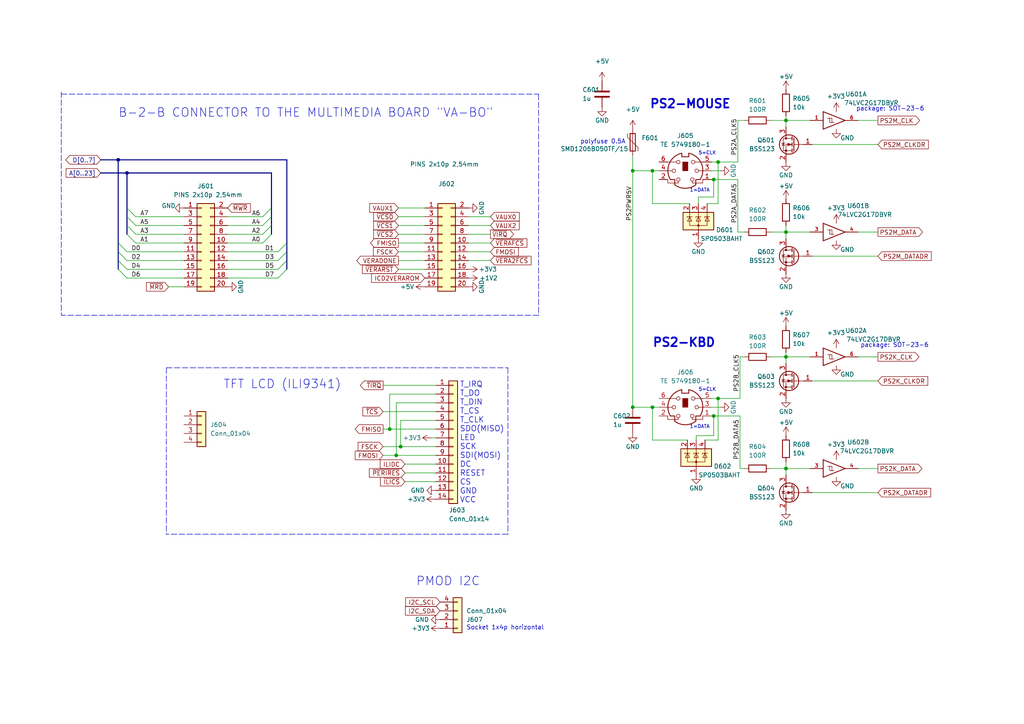
<source format=kicad_sch>
(kicad_sch (version 20211123) (generator eeschema)

  (uuid 79b63ac5-9e10-4a84-b3d5-c7ec1e44ebb6)

  (paper "A4")

  (title_block
    (title "OpenX65 - PS/2 and Multimedia Connector")
    (date "2023-03-30")
    (rev "rev01")
    (company "FOR X65.EU DESIGNED BY JSYKORA.INFO")
    (comment 1 "OpenX65 MOTHERBOARD")
  )

  (lib_symbols
    (symbol "74xGxx:74LVC2G17" (pin_names (offset 1.016)) (in_bom yes) (on_board yes)
      (property "Reference" "U" (id 0) (at -2.54 3.81 0)
        (effects (font (size 1.27 1.27)))
      )
      (property "Value" "74LVC2G17" (id 1) (at 0 -3.81 0)
        (effects (font (size 1.27 1.27)))
      )
      (property "Footprint" "" (id 2) (at 0 0 0)
        (effects (font (size 1.27 1.27)) hide)
      )
      (property "Datasheet" "http://www.ti.com/lit/sg/scyt129e/scyt129e.pdf" (id 3) (at 0 0 0)
        (effects (font (size 1.27 1.27)) hide)
      )
      (property "ki_keywords" "Dual Buffer Schmitt LVC CMOS" (id 4) (at 0 0 0)
        (effects (font (size 1.27 1.27)) hide)
      )
      (property "ki_description" "Dual Buffer Schmitt Triggered, Low-Voltage CMOS" (id 5) (at 0 0 0)
        (effects (font (size 1.27 1.27)) hide)
      )
      (property "ki_fp_filters" "SG-* SOT*" (id 6) (at 0 0 0)
        (effects (font (size 1.27 1.27)) hide)
      )
      (symbol "74LVC2G17_0_1"
        (polyline
          (pts
            (xy -1.905 0.635)
            (xy -1.27 0.635)
            (xy -1.27 -0.635)
          )
          (stroke (width 0) (type default) (color 0 0 0 0))
          (fill (type none))
        )
        (polyline
          (pts
            (xy -3.81 2.54)
            (xy -3.81 -2.54)
            (xy 2.54 0)
            (xy -3.81 2.54)
          )
          (stroke (width 0.254) (type default) (color 0 0 0 0))
          (fill (type none))
        )
        (polyline
          (pts
            (xy -2.54 0.635)
            (xy -1.905 0.635)
            (xy -1.905 -0.635)
            (xy -0.635 -0.635)
          )
          (stroke (width 0) (type default) (color 0 0 0 0))
          (fill (type none))
        )
        (pin power_in line (at 0 -2.54 270) (length 0) hide
          (name "GND" (effects (font (size 1.016 1.016))))
          (number "2" (effects (font (size 1.016 1.016))))
        )
        (pin power_in line (at 0 2.54 90) (length 0) hide
          (name "VCC" (effects (font (size 1.016 1.016))))
          (number "5" (effects (font (size 1.016 1.016))))
        )
      )
      (symbol "74LVC2G17_1_1"
        (pin input line (at -7.62 0 0) (length 3.81)
          (name "~" (effects (font (size 1.016 1.016))))
          (number "1" (effects (font (size 1.016 1.016))))
        )
        (pin output line (at 6.35 0 180) (length 3.81)
          (name "~" (effects (font (size 1.016 1.016))))
          (number "6" (effects (font (size 1.016 1.016))))
        )
      )
      (symbol "74LVC2G17_2_1"
        (pin input line (at -7.62 0 0) (length 3.81)
          (name "~" (effects (font (size 1.016 1.016))))
          (number "3" (effects (font (size 1.016 1.016))))
        )
        (pin output line (at 6.35 0 180) (length 3.81)
          (name "~" (effects (font (size 1.016 1.016))))
          (number "4" (effects (font (size 1.016 1.016))))
        )
      )
    )
    (symbol "Connector:Mini-DIN-6" (pin_names (offset 1.016)) (in_bom yes) (on_board yes)
      (property "Reference" "J" (id 0) (at 0 6.35 0)
        (effects (font (size 1.27 1.27)))
      )
      (property "Value" "Mini-DIN-6" (id 1) (at 0 -6.35 0)
        (effects (font (size 1.27 1.27)))
      )
      (property "Footprint" "" (id 2) (at 0 0 0)
        (effects (font (size 1.27 1.27)) hide)
      )
      (property "Datasheet" "http://service.powerdynamics.com/ec/Catalog17/Section%2011.pdf" (id 3) (at 0 0 0)
        (effects (font (size 1.27 1.27)) hide)
      )
      (property "ki_keywords" "Mini-DIN" (id 4) (at 0 0 0)
        (effects (font (size 1.27 1.27)) hide)
      )
      (property "ki_description" "6-pin Mini-DIN connector" (id 5) (at 0 0 0)
        (effects (font (size 1.27 1.27)) hide)
      )
      (property "ki_fp_filters" "MINI?DIN*" (id 6) (at 0 0 0)
        (effects (font (size 1.27 1.27)) hide)
      )
      (symbol "Mini-DIN-6_0_1"
        (circle (center -3.302 0) (radius 0.508)
          (stroke (width 0) (type default) (color 0 0 0 0))
          (fill (type none))
        )
        (arc (start -3.048 -4.064) (mid 0 -5.08) (end 3.048 -4.064)
          (stroke (width 0.254) (type default) (color 0 0 0 0))
          (fill (type none))
        )
        (circle (center -2.032 -2.54) (radius 0.508)
          (stroke (width 0) (type default) (color 0 0 0 0))
          (fill (type none))
        )
        (circle (center -2.032 2.54) (radius 0.508)
          (stroke (width 0) (type default) (color 0 0 0 0))
          (fill (type none))
        )
        (arc (start -1.016 5.08) (mid -4.6228 2.1214) (end -4.318 -2.54)
          (stroke (width 0.254) (type default) (color 0 0 0 0))
          (fill (type none))
        )
        (rectangle (start -0.762 2.54) (end 0.762 0)
          (stroke (width 0) (type default) (color 0 0 0 0))
          (fill (type outline))
        )
        (polyline
          (pts
            (xy -3.81 0)
            (xy -5.08 0)
          )
          (stroke (width 0) (type default) (color 0 0 0 0))
          (fill (type none))
        )
        (polyline
          (pts
            (xy -2.54 2.54)
            (xy -5.08 2.54)
          )
          (stroke (width 0) (type default) (color 0 0 0 0))
          (fill (type none))
        )
        (polyline
          (pts
            (xy 2.794 2.54)
            (xy 5.08 2.54)
          )
          (stroke (width 0) (type default) (color 0 0 0 0))
          (fill (type none))
        )
        (polyline
          (pts
            (xy 5.08 0)
            (xy 3.81 0)
          )
          (stroke (width 0) (type default) (color 0 0 0 0))
          (fill (type none))
        )
        (polyline
          (pts
            (xy -4.318 -2.54)
            (xy -3.048 -2.54)
            (xy -3.048 -4.064)
          )
          (stroke (width 0.254) (type default) (color 0 0 0 0))
          (fill (type none))
        )
        (polyline
          (pts
            (xy 4.318 -2.54)
            (xy 3.048 -2.54)
            (xy 3.048 -4.064)
          )
          (stroke (width 0.254) (type default) (color 0 0 0 0))
          (fill (type none))
        )
        (polyline
          (pts
            (xy -2.032 -3.048)
            (xy -2.032 -3.556)
            (xy -5.08 -3.556)
            (xy -5.08 -2.54)
          )
          (stroke (width 0) (type default) (color 0 0 0 0))
          (fill (type none))
        )
        (polyline
          (pts
            (xy -1.016 5.08)
            (xy -1.016 4.064)
            (xy 1.016 4.064)
            (xy 1.016 5.08)
          )
          (stroke (width 0.254) (type default) (color 0 0 0 0))
          (fill (type none))
        )
        (polyline
          (pts
            (xy 2.032 -3.048)
            (xy 2.032 -3.556)
            (xy 5.08 -3.556)
            (xy 5.08 -2.54)
          )
          (stroke (width 0) (type default) (color 0 0 0 0))
          (fill (type none))
        )
        (circle (center 2.032 -2.54) (radius 0.508)
          (stroke (width 0) (type default) (color 0 0 0 0))
          (fill (type none))
        )
        (circle (center 2.286 2.54) (radius 0.508)
          (stroke (width 0) (type default) (color 0 0 0 0))
          (fill (type none))
        )
        (circle (center 3.302 0) (radius 0.508)
          (stroke (width 0) (type default) (color 0 0 0 0))
          (fill (type none))
        )
        (arc (start 4.318 -2.54) (mid 4.6661 2.1322) (end 1.016 5.08)
          (stroke (width 0.254) (type default) (color 0 0 0 0))
          (fill (type none))
        )
      )
      (symbol "Mini-DIN-6_1_1"
        (pin passive line (at 7.62 -2.54 180) (length 2.54)
          (name "~" (effects (font (size 1.27 1.27))))
          (number "1" (effects (font (size 1.27 1.27))))
        )
        (pin passive line (at -7.62 -2.54 0) (length 2.54)
          (name "~" (effects (font (size 1.27 1.27))))
          (number "2" (effects (font (size 1.27 1.27))))
        )
        (pin passive line (at 7.62 0 180) (length 2.54)
          (name "~" (effects (font (size 1.27 1.27))))
          (number "3" (effects (font (size 1.27 1.27))))
        )
        (pin passive line (at -7.62 0 0) (length 2.54)
          (name "~" (effects (font (size 1.27 1.27))))
          (number "4" (effects (font (size 1.27 1.27))))
        )
        (pin passive line (at 7.62 2.54 180) (length 2.54)
          (name "~" (effects (font (size 1.27 1.27))))
          (number "5" (effects (font (size 1.27 1.27))))
        )
        (pin passive line (at -7.62 2.54 0) (length 2.54)
          (name "~" (effects (font (size 1.27 1.27))))
          (number "6" (effects (font (size 1.27 1.27))))
        )
      )
    )
    (symbol "Connector_Generic:Conn_01x04" (pin_names (offset 1.016) hide) (in_bom yes) (on_board yes)
      (property "Reference" "J" (id 0) (at 0 5.08 0)
        (effects (font (size 1.27 1.27)))
      )
      (property "Value" "Conn_01x04" (id 1) (at 0 -7.62 0)
        (effects (font (size 1.27 1.27)))
      )
      (property "Footprint" "" (id 2) (at 0 0 0)
        (effects (font (size 1.27 1.27)) hide)
      )
      (property "Datasheet" "~" (id 3) (at 0 0 0)
        (effects (font (size 1.27 1.27)) hide)
      )
      (property "ki_keywords" "connector" (id 4) (at 0 0 0)
        (effects (font (size 1.27 1.27)) hide)
      )
      (property "ki_description" "Generic connector, single row, 01x04, script generated (kicad-library-utils/schlib/autogen/connector/)" (id 5) (at 0 0 0)
        (effects (font (size 1.27 1.27)) hide)
      )
      (property "ki_fp_filters" "Connector*:*_1x??_*" (id 6) (at 0 0 0)
        (effects (font (size 1.27 1.27)) hide)
      )
      (symbol "Conn_01x04_1_1"
        (rectangle (start -1.27 -4.953) (end 0 -5.207)
          (stroke (width 0.1524) (type default) (color 0 0 0 0))
          (fill (type none))
        )
        (rectangle (start -1.27 -2.413) (end 0 -2.667)
          (stroke (width 0.1524) (type default) (color 0 0 0 0))
          (fill (type none))
        )
        (rectangle (start -1.27 0.127) (end 0 -0.127)
          (stroke (width 0.1524) (type default) (color 0 0 0 0))
          (fill (type none))
        )
        (rectangle (start -1.27 2.667) (end 0 2.413)
          (stroke (width 0.1524) (type default) (color 0 0 0 0))
          (fill (type none))
        )
        (rectangle (start -1.27 3.81) (end 1.27 -6.35)
          (stroke (width 0.254) (type default) (color 0 0 0 0))
          (fill (type background))
        )
        (pin passive line (at -5.08 2.54 0) (length 3.81)
          (name "Pin_1" (effects (font (size 1.27 1.27))))
          (number "1" (effects (font (size 1.27 1.27))))
        )
        (pin passive line (at -5.08 0 0) (length 3.81)
          (name "Pin_2" (effects (font (size 1.27 1.27))))
          (number "2" (effects (font (size 1.27 1.27))))
        )
        (pin passive line (at -5.08 -2.54 0) (length 3.81)
          (name "Pin_3" (effects (font (size 1.27 1.27))))
          (number "3" (effects (font (size 1.27 1.27))))
        )
        (pin passive line (at -5.08 -5.08 0) (length 3.81)
          (name "Pin_4" (effects (font (size 1.27 1.27))))
          (number "4" (effects (font (size 1.27 1.27))))
        )
      )
    )
    (symbol "Connector_Generic:Conn_01x14" (pin_names (offset 1.016) hide) (in_bom yes) (on_board yes)
      (property "Reference" "J" (id 0) (at 0 17.78 0)
        (effects (font (size 1.27 1.27)))
      )
      (property "Value" "Conn_01x14" (id 1) (at 0 -20.32 0)
        (effects (font (size 1.27 1.27)))
      )
      (property "Footprint" "" (id 2) (at 0 0 0)
        (effects (font (size 1.27 1.27)) hide)
      )
      (property "Datasheet" "~" (id 3) (at 0 0 0)
        (effects (font (size 1.27 1.27)) hide)
      )
      (property "ki_keywords" "connector" (id 4) (at 0 0 0)
        (effects (font (size 1.27 1.27)) hide)
      )
      (property "ki_description" "Generic connector, single row, 01x14, script generated (kicad-library-utils/schlib/autogen/connector/)" (id 5) (at 0 0 0)
        (effects (font (size 1.27 1.27)) hide)
      )
      (property "ki_fp_filters" "Connector*:*_1x??_*" (id 6) (at 0 0 0)
        (effects (font (size 1.27 1.27)) hide)
      )
      (symbol "Conn_01x14_1_1"
        (rectangle (start -1.27 -17.653) (end 0 -17.907)
          (stroke (width 0.1524) (type default) (color 0 0 0 0))
          (fill (type none))
        )
        (rectangle (start -1.27 -15.113) (end 0 -15.367)
          (stroke (width 0.1524) (type default) (color 0 0 0 0))
          (fill (type none))
        )
        (rectangle (start -1.27 -12.573) (end 0 -12.827)
          (stroke (width 0.1524) (type default) (color 0 0 0 0))
          (fill (type none))
        )
        (rectangle (start -1.27 -10.033) (end 0 -10.287)
          (stroke (width 0.1524) (type default) (color 0 0 0 0))
          (fill (type none))
        )
        (rectangle (start -1.27 -7.493) (end 0 -7.747)
          (stroke (width 0.1524) (type default) (color 0 0 0 0))
          (fill (type none))
        )
        (rectangle (start -1.27 -4.953) (end 0 -5.207)
          (stroke (width 0.1524) (type default) (color 0 0 0 0))
          (fill (type none))
        )
        (rectangle (start -1.27 -2.413) (end 0 -2.667)
          (stroke (width 0.1524) (type default) (color 0 0 0 0))
          (fill (type none))
        )
        (rectangle (start -1.27 0.127) (end 0 -0.127)
          (stroke (width 0.1524) (type default) (color 0 0 0 0))
          (fill (type none))
        )
        (rectangle (start -1.27 2.667) (end 0 2.413)
          (stroke (width 0.1524) (type default) (color 0 0 0 0))
          (fill (type none))
        )
        (rectangle (start -1.27 5.207) (end 0 4.953)
          (stroke (width 0.1524) (type default) (color 0 0 0 0))
          (fill (type none))
        )
        (rectangle (start -1.27 7.747) (end 0 7.493)
          (stroke (width 0.1524) (type default) (color 0 0 0 0))
          (fill (type none))
        )
        (rectangle (start -1.27 10.287) (end 0 10.033)
          (stroke (width 0.1524) (type default) (color 0 0 0 0))
          (fill (type none))
        )
        (rectangle (start -1.27 12.827) (end 0 12.573)
          (stroke (width 0.1524) (type default) (color 0 0 0 0))
          (fill (type none))
        )
        (rectangle (start -1.27 15.367) (end 0 15.113)
          (stroke (width 0.1524) (type default) (color 0 0 0 0))
          (fill (type none))
        )
        (rectangle (start -1.27 16.51) (end 1.27 -19.05)
          (stroke (width 0.254) (type default) (color 0 0 0 0))
          (fill (type background))
        )
        (pin passive line (at -5.08 15.24 0) (length 3.81)
          (name "Pin_1" (effects (font (size 1.27 1.27))))
          (number "1" (effects (font (size 1.27 1.27))))
        )
        (pin passive line (at -5.08 -7.62 0) (length 3.81)
          (name "Pin_10" (effects (font (size 1.27 1.27))))
          (number "10" (effects (font (size 1.27 1.27))))
        )
        (pin passive line (at -5.08 -10.16 0) (length 3.81)
          (name "Pin_11" (effects (font (size 1.27 1.27))))
          (number "11" (effects (font (size 1.27 1.27))))
        )
        (pin passive line (at -5.08 -12.7 0) (length 3.81)
          (name "Pin_12" (effects (font (size 1.27 1.27))))
          (number "12" (effects (font (size 1.27 1.27))))
        )
        (pin passive line (at -5.08 -15.24 0) (length 3.81)
          (name "Pin_13" (effects (font (size 1.27 1.27))))
          (number "13" (effects (font (size 1.27 1.27))))
        )
        (pin passive line (at -5.08 -17.78 0) (length 3.81)
          (name "Pin_14" (effects (font (size 1.27 1.27))))
          (number "14" (effects (font (size 1.27 1.27))))
        )
        (pin passive line (at -5.08 12.7 0) (length 3.81)
          (name "Pin_2" (effects (font (size 1.27 1.27))))
          (number "2" (effects (font (size 1.27 1.27))))
        )
        (pin passive line (at -5.08 10.16 0) (length 3.81)
          (name "Pin_3" (effects (font (size 1.27 1.27))))
          (number "3" (effects (font (size 1.27 1.27))))
        )
        (pin passive line (at -5.08 7.62 0) (length 3.81)
          (name "Pin_4" (effects (font (size 1.27 1.27))))
          (number "4" (effects (font (size 1.27 1.27))))
        )
        (pin passive line (at -5.08 5.08 0) (length 3.81)
          (name "Pin_5" (effects (font (size 1.27 1.27))))
          (number "5" (effects (font (size 1.27 1.27))))
        )
        (pin passive line (at -5.08 2.54 0) (length 3.81)
          (name "Pin_6" (effects (font (size 1.27 1.27))))
          (number "6" (effects (font (size 1.27 1.27))))
        )
        (pin passive line (at -5.08 0 0) (length 3.81)
          (name "Pin_7" (effects (font (size 1.27 1.27))))
          (number "7" (effects (font (size 1.27 1.27))))
        )
        (pin passive line (at -5.08 -2.54 0) (length 3.81)
          (name "Pin_8" (effects (font (size 1.27 1.27))))
          (number "8" (effects (font (size 1.27 1.27))))
        )
        (pin passive line (at -5.08 -5.08 0) (length 3.81)
          (name "Pin_9" (effects (font (size 1.27 1.27))))
          (number "9" (effects (font (size 1.27 1.27))))
        )
      )
    )
    (symbol "Connector_Generic:Conn_02x10_Odd_Even" (pin_names (offset 1.016) hide) (in_bom yes) (on_board yes)
      (property "Reference" "J" (id 0) (at 1.27 12.7 0)
        (effects (font (size 1.27 1.27)))
      )
      (property "Value" "Conn_02x10_Odd_Even" (id 1) (at 1.27 -15.24 0)
        (effects (font (size 1.27 1.27)))
      )
      (property "Footprint" "" (id 2) (at 0 0 0)
        (effects (font (size 1.27 1.27)) hide)
      )
      (property "Datasheet" "~" (id 3) (at 0 0 0)
        (effects (font (size 1.27 1.27)) hide)
      )
      (property "ki_keywords" "connector" (id 4) (at 0 0 0)
        (effects (font (size 1.27 1.27)) hide)
      )
      (property "ki_description" "Generic connector, double row, 02x10, odd/even pin numbering scheme (row 1 odd numbers, row 2 even numbers), script generated (kicad-library-utils/schlib/autogen/connector/)" (id 5) (at 0 0 0)
        (effects (font (size 1.27 1.27)) hide)
      )
      (property "ki_fp_filters" "Connector*:*_2x??_*" (id 6) (at 0 0 0)
        (effects (font (size 1.27 1.27)) hide)
      )
      (symbol "Conn_02x10_Odd_Even_1_1"
        (rectangle (start -1.27 -12.573) (end 0 -12.827)
          (stroke (width 0.1524) (type default) (color 0 0 0 0))
          (fill (type none))
        )
        (rectangle (start -1.27 -10.033) (end 0 -10.287)
          (stroke (width 0.1524) (type default) (color 0 0 0 0))
          (fill (type none))
        )
        (rectangle (start -1.27 -7.493) (end 0 -7.747)
          (stroke (width 0.1524) (type default) (color 0 0 0 0))
          (fill (type none))
        )
        (rectangle (start -1.27 -4.953) (end 0 -5.207)
          (stroke (width 0.1524) (type default) (color 0 0 0 0))
          (fill (type none))
        )
        (rectangle (start -1.27 -2.413) (end 0 -2.667)
          (stroke (width 0.1524) (type default) (color 0 0 0 0))
          (fill (type none))
        )
        (rectangle (start -1.27 0.127) (end 0 -0.127)
          (stroke (width 0.1524) (type default) (color 0 0 0 0))
          (fill (type none))
        )
        (rectangle (start -1.27 2.667) (end 0 2.413)
          (stroke (width 0.1524) (type default) (color 0 0 0 0))
          (fill (type none))
        )
        (rectangle (start -1.27 5.207) (end 0 4.953)
          (stroke (width 0.1524) (type default) (color 0 0 0 0))
          (fill (type none))
        )
        (rectangle (start -1.27 7.747) (end 0 7.493)
          (stroke (width 0.1524) (type default) (color 0 0 0 0))
          (fill (type none))
        )
        (rectangle (start -1.27 10.287) (end 0 10.033)
          (stroke (width 0.1524) (type default) (color 0 0 0 0))
          (fill (type none))
        )
        (rectangle (start -1.27 11.43) (end 3.81 -13.97)
          (stroke (width 0.254) (type default) (color 0 0 0 0))
          (fill (type background))
        )
        (rectangle (start 3.81 -12.573) (end 2.54 -12.827)
          (stroke (width 0.1524) (type default) (color 0 0 0 0))
          (fill (type none))
        )
        (rectangle (start 3.81 -10.033) (end 2.54 -10.287)
          (stroke (width 0.1524) (type default) (color 0 0 0 0))
          (fill (type none))
        )
        (rectangle (start 3.81 -7.493) (end 2.54 -7.747)
          (stroke (width 0.1524) (type default) (color 0 0 0 0))
          (fill (type none))
        )
        (rectangle (start 3.81 -4.953) (end 2.54 -5.207)
          (stroke (width 0.1524) (type default) (color 0 0 0 0))
          (fill (type none))
        )
        (rectangle (start 3.81 -2.413) (end 2.54 -2.667)
          (stroke (width 0.1524) (type default) (color 0 0 0 0))
          (fill (type none))
        )
        (rectangle (start 3.81 0.127) (end 2.54 -0.127)
          (stroke (width 0.1524) (type default) (color 0 0 0 0))
          (fill (type none))
        )
        (rectangle (start 3.81 2.667) (end 2.54 2.413)
          (stroke (width 0.1524) (type default) (color 0 0 0 0))
          (fill (type none))
        )
        (rectangle (start 3.81 5.207) (end 2.54 4.953)
          (stroke (width 0.1524) (type default) (color 0 0 0 0))
          (fill (type none))
        )
        (rectangle (start 3.81 7.747) (end 2.54 7.493)
          (stroke (width 0.1524) (type default) (color 0 0 0 0))
          (fill (type none))
        )
        (rectangle (start 3.81 10.287) (end 2.54 10.033)
          (stroke (width 0.1524) (type default) (color 0 0 0 0))
          (fill (type none))
        )
        (pin passive line (at -5.08 10.16 0) (length 3.81)
          (name "Pin_1" (effects (font (size 1.27 1.27))))
          (number "1" (effects (font (size 1.27 1.27))))
        )
        (pin passive line (at 7.62 0 180) (length 3.81)
          (name "Pin_10" (effects (font (size 1.27 1.27))))
          (number "10" (effects (font (size 1.27 1.27))))
        )
        (pin passive line (at -5.08 -2.54 0) (length 3.81)
          (name "Pin_11" (effects (font (size 1.27 1.27))))
          (number "11" (effects (font (size 1.27 1.27))))
        )
        (pin passive line (at 7.62 -2.54 180) (length 3.81)
          (name "Pin_12" (effects (font (size 1.27 1.27))))
          (number "12" (effects (font (size 1.27 1.27))))
        )
        (pin passive line (at -5.08 -5.08 0) (length 3.81)
          (name "Pin_13" (effects (font (size 1.27 1.27))))
          (number "13" (effects (font (size 1.27 1.27))))
        )
        (pin passive line (at 7.62 -5.08 180) (length 3.81)
          (name "Pin_14" (effects (font (size 1.27 1.27))))
          (number "14" (effects (font (size 1.27 1.27))))
        )
        (pin passive line (at -5.08 -7.62 0) (length 3.81)
          (name "Pin_15" (effects (font (size 1.27 1.27))))
          (number "15" (effects (font (size 1.27 1.27))))
        )
        (pin passive line (at 7.62 -7.62 180) (length 3.81)
          (name "Pin_16" (effects (font (size 1.27 1.27))))
          (number "16" (effects (font (size 1.27 1.27))))
        )
        (pin passive line (at -5.08 -10.16 0) (length 3.81)
          (name "Pin_17" (effects (font (size 1.27 1.27))))
          (number "17" (effects (font (size 1.27 1.27))))
        )
        (pin passive line (at 7.62 -10.16 180) (length 3.81)
          (name "Pin_18" (effects (font (size 1.27 1.27))))
          (number "18" (effects (font (size 1.27 1.27))))
        )
        (pin passive line (at -5.08 -12.7 0) (length 3.81)
          (name "Pin_19" (effects (font (size 1.27 1.27))))
          (number "19" (effects (font (size 1.27 1.27))))
        )
        (pin passive line (at 7.62 10.16 180) (length 3.81)
          (name "Pin_2" (effects (font (size 1.27 1.27))))
          (number "2" (effects (font (size 1.27 1.27))))
        )
        (pin passive line (at 7.62 -12.7 180) (length 3.81)
          (name "Pin_20" (effects (font (size 1.27 1.27))))
          (number "20" (effects (font (size 1.27 1.27))))
        )
        (pin passive line (at -5.08 7.62 0) (length 3.81)
          (name "Pin_3" (effects (font (size 1.27 1.27))))
          (number "3" (effects (font (size 1.27 1.27))))
        )
        (pin passive line (at 7.62 7.62 180) (length 3.81)
          (name "Pin_4" (effects (font (size 1.27 1.27))))
          (number "4" (effects (font (size 1.27 1.27))))
        )
        (pin passive line (at -5.08 5.08 0) (length 3.81)
          (name "Pin_5" (effects (font (size 1.27 1.27))))
          (number "5" (effects (font (size 1.27 1.27))))
        )
        (pin passive line (at 7.62 5.08 180) (length 3.81)
          (name "Pin_6" (effects (font (size 1.27 1.27))))
          (number "6" (effects (font (size 1.27 1.27))))
        )
        (pin passive line (at -5.08 2.54 0) (length 3.81)
          (name "Pin_7" (effects (font (size 1.27 1.27))))
          (number "7" (effects (font (size 1.27 1.27))))
        )
        (pin passive line (at 7.62 2.54 180) (length 3.81)
          (name "Pin_8" (effects (font (size 1.27 1.27))))
          (number "8" (effects (font (size 1.27 1.27))))
        )
        (pin passive line (at -5.08 0 0) (length 3.81)
          (name "Pin_9" (effects (font (size 1.27 1.27))))
          (number "9" (effects (font (size 1.27 1.27))))
        )
      )
    )
    (symbol "Device:C" (pin_numbers hide) (pin_names (offset 0.254)) (in_bom yes) (on_board yes)
      (property "Reference" "C" (id 0) (at 0.635 2.54 0)
        (effects (font (size 1.27 1.27)) (justify left))
      )
      (property "Value" "C" (id 1) (at 0.635 -2.54 0)
        (effects (font (size 1.27 1.27)) (justify left))
      )
      (property "Footprint" "" (id 2) (at 0.9652 -3.81 0)
        (effects (font (size 1.27 1.27)) hide)
      )
      (property "Datasheet" "~" (id 3) (at 0 0 0)
        (effects (font (size 1.27 1.27)) hide)
      )
      (property "ki_keywords" "cap capacitor" (id 4) (at 0 0 0)
        (effects (font (size 1.27 1.27)) hide)
      )
      (property "ki_description" "Unpolarized capacitor" (id 5) (at 0 0 0)
        (effects (font (size 1.27 1.27)) hide)
      )
      (property "ki_fp_filters" "C_*" (id 6) (at 0 0 0)
        (effects (font (size 1.27 1.27)) hide)
      )
      (symbol "C_0_1"
        (polyline
          (pts
            (xy -2.032 -0.762)
            (xy 2.032 -0.762)
          )
          (stroke (width 0.508) (type default) (color 0 0 0 0))
          (fill (type none))
        )
        (polyline
          (pts
            (xy -2.032 0.762)
            (xy 2.032 0.762)
          )
          (stroke (width 0.508) (type default) (color 0 0 0 0))
          (fill (type none))
        )
      )
      (symbol "C_1_1"
        (pin passive line (at 0 3.81 270) (length 2.794)
          (name "~" (effects (font (size 1.27 1.27))))
          (number "1" (effects (font (size 1.27 1.27))))
        )
        (pin passive line (at 0 -3.81 90) (length 2.794)
          (name "~" (effects (font (size 1.27 1.27))))
          (number "2" (effects (font (size 1.27 1.27))))
        )
      )
    )
    (symbol "Device:Polyfuse" (pin_numbers hide) (pin_names (offset 0)) (in_bom yes) (on_board yes)
      (property "Reference" "F" (id 0) (at -2.54 0 90)
        (effects (font (size 1.27 1.27)))
      )
      (property "Value" "Polyfuse" (id 1) (at 2.54 0 90)
        (effects (font (size 1.27 1.27)))
      )
      (property "Footprint" "" (id 2) (at 1.27 -5.08 0)
        (effects (font (size 1.27 1.27)) (justify left) hide)
      )
      (property "Datasheet" "~" (id 3) (at 0 0 0)
        (effects (font (size 1.27 1.27)) hide)
      )
      (property "ki_keywords" "resettable fuse PTC PPTC polyfuse polyswitch" (id 4) (at 0 0 0)
        (effects (font (size 1.27 1.27)) hide)
      )
      (property "ki_description" "Resettable fuse, polymeric positive temperature coefficient" (id 5) (at 0 0 0)
        (effects (font (size 1.27 1.27)) hide)
      )
      (property "ki_fp_filters" "*polyfuse* *PTC*" (id 6) (at 0 0 0)
        (effects (font (size 1.27 1.27)) hide)
      )
      (symbol "Polyfuse_0_1"
        (rectangle (start -0.762 2.54) (end 0.762 -2.54)
          (stroke (width 0.254) (type default) (color 0 0 0 0))
          (fill (type none))
        )
        (polyline
          (pts
            (xy 0 2.54)
            (xy 0 -2.54)
          )
          (stroke (width 0) (type default) (color 0 0 0 0))
          (fill (type none))
        )
        (polyline
          (pts
            (xy -1.524 2.54)
            (xy -1.524 1.524)
            (xy 1.524 -1.524)
            (xy 1.524 -2.54)
          )
          (stroke (width 0) (type default) (color 0 0 0 0))
          (fill (type none))
        )
      )
      (symbol "Polyfuse_1_1"
        (pin passive line (at 0 3.81 270) (length 1.27)
          (name "~" (effects (font (size 1.27 1.27))))
          (number "1" (effects (font (size 1.27 1.27))))
        )
        (pin passive line (at 0 -3.81 90) (length 1.27)
          (name "~" (effects (font (size 1.27 1.27))))
          (number "2" (effects (font (size 1.27 1.27))))
        )
      )
    )
    (symbol "Device:R" (pin_numbers hide) (pin_names (offset 0)) (in_bom yes) (on_board yes)
      (property "Reference" "R" (id 0) (at 2.032 0 90)
        (effects (font (size 1.27 1.27)))
      )
      (property "Value" "R" (id 1) (at 0 0 90)
        (effects (font (size 1.27 1.27)))
      )
      (property "Footprint" "" (id 2) (at -1.778 0 90)
        (effects (font (size 1.27 1.27)) hide)
      )
      (property "Datasheet" "~" (id 3) (at 0 0 0)
        (effects (font (size 1.27 1.27)) hide)
      )
      (property "ki_keywords" "R res resistor" (id 4) (at 0 0 0)
        (effects (font (size 1.27 1.27)) hide)
      )
      (property "ki_description" "Resistor" (id 5) (at 0 0 0)
        (effects (font (size 1.27 1.27)) hide)
      )
      (property "ki_fp_filters" "R_*" (id 6) (at 0 0 0)
        (effects (font (size 1.27 1.27)) hide)
      )
      (symbol "R_0_1"
        (rectangle (start -1.016 -2.54) (end 1.016 2.54)
          (stroke (width 0.254) (type default) (color 0 0 0 0))
          (fill (type none))
        )
      )
      (symbol "R_1_1"
        (pin passive line (at 0 3.81 270) (length 1.27)
          (name "~" (effects (font (size 1.27 1.27))))
          (number "1" (effects (font (size 1.27 1.27))))
        )
        (pin passive line (at 0 -3.81 90) (length 1.27)
          (name "~" (effects (font (size 1.27 1.27))))
          (number "2" (effects (font (size 1.27 1.27))))
        )
      )
    )
    (symbol "GND_1" (power) (pin_names (offset 0)) (in_bom yes) (on_board yes)
      (property "Reference" "#PWR" (id 0) (at 0 -6.35 0)
        (effects (font (size 1.27 1.27)) hide)
      )
      (property "Value" "GND_1" (id 1) (at 0 -3.81 0)
        (effects (font (size 1.27 1.27)))
      )
      (property "Footprint" "" (id 2) (at 0 0 0)
        (effects (font (size 1.27 1.27)) hide)
      )
      (property "Datasheet" "" (id 3) (at 0 0 0)
        (effects (font (size 1.27 1.27)) hide)
      )
      (property "ki_keywords" "global power" (id 4) (at 0 0 0)
        (effects (font (size 1.27 1.27)) hide)
      )
      (property "ki_description" "Power symbol creates a global label with name \"GND\" , ground" (id 5) (at 0 0 0)
        (effects (font (size 1.27 1.27)) hide)
      )
      (symbol "GND_1_0_1"
        (polyline
          (pts
            (xy 0 0)
            (xy 0 -1.27)
            (xy 1.27 -1.27)
            (xy 0 -2.54)
            (xy -1.27 -1.27)
            (xy 0 -1.27)
          )
          (stroke (width 0) (type default) (color 0 0 0 0))
          (fill (type none))
        )
      )
      (symbol "GND_1_1_1"
        (pin power_in line (at 0 0 270) (length 0) hide
          (name "GND" (effects (font (size 1.27 1.27))))
          (number "1" (effects (font (size 1.27 1.27))))
        )
      )
    )
    (symbol "Power_Protection:SP0503BAHT" (pin_names hide) (in_bom yes) (on_board yes)
      (property "Reference" "D" (id 0) (at 5.715 2.54 0)
        (effects (font (size 1.27 1.27)) (justify left))
      )
      (property "Value" "SP0503BAHT" (id 1) (at 5.715 0.635 0)
        (effects (font (size 1.27 1.27)) (justify left))
      )
      (property "Footprint" "Package_TO_SOT_SMD:SOT-143" (id 2) (at 5.715 -1.27 0)
        (effects (font (size 1.27 1.27)) (justify left) hide)
      )
      (property "Datasheet" "http://www.littelfuse.com/~/media/files/littelfuse/technical%20resources/documents/data%20sheets/sp05xxba.pdf" (id 3) (at 3.175 3.175 0)
        (effects (font (size 1.27 1.27)) hide)
      )
      (property "ki_keywords" "usb esd protection suppression transient" (id 4) (at 0 0 0)
        (effects (font (size 1.27 1.27)) hide)
      )
      (property "ki_description" "TVS Diode Array, 5.5V Standoff, 3 Channels, SOT-143 package" (id 5) (at 0 0 0)
        (effects (font (size 1.27 1.27)) hide)
      )
      (property "ki_fp_filters" "SOT?143*" (id 6) (at 0 0 0)
        (effects (font (size 1.27 1.27)) hide)
      )
      (symbol "SP0503BAHT_0_0"
        (pin passive line (at 0 -5.08 90) (length 2.54)
          (name "A" (effects (font (size 1.27 1.27))))
          (number "1" (effects (font (size 1.27 1.27))))
        )
      )
      (symbol "SP0503BAHT_0_1"
        (rectangle (start -4.445 2.54) (end 4.445 -2.54)
          (stroke (width 0.254) (type default) (color 0 0 0 0))
          (fill (type background))
        )
        (circle (center 0 -1.27) (radius 0.254)
          (stroke (width 0) (type default) (color 0 0 0 0))
          (fill (type outline))
        )
        (polyline
          (pts
            (xy -2.54 2.54)
            (xy -2.54 1.27)
          )
          (stroke (width 0) (type default) (color 0 0 0 0))
          (fill (type none))
        )
        (polyline
          (pts
            (xy 0 -1.27)
            (xy 0 -2.54)
          )
          (stroke (width 0) (type default) (color 0 0 0 0))
          (fill (type none))
        )
        (polyline
          (pts
            (xy 0 -1.27)
            (xy 0 1.27)
          )
          (stroke (width 0) (type default) (color 0 0 0 0))
          (fill (type none))
        )
        (polyline
          (pts
            (xy 0 2.54)
            (xy 0 1.27)
          )
          (stroke (width 0) (type default) (color 0 0 0 0))
          (fill (type none))
        )
        (polyline
          (pts
            (xy 0.635 1.27)
            (xy 0.762 1.27)
          )
          (stroke (width 0) (type default) (color 0 0 0 0))
          (fill (type none))
        )
        (polyline
          (pts
            (xy 2.54 2.54)
            (xy 2.54 1.27)
          )
          (stroke (width 0) (type default) (color 0 0 0 0))
          (fill (type none))
        )
        (polyline
          (pts
            (xy 0.635 1.27)
            (xy -0.762 1.27)
            (xy -0.762 1.016)
          )
          (stroke (width 0) (type default) (color 0 0 0 0))
          (fill (type none))
        )
        (polyline
          (pts
            (xy -3.302 1.016)
            (xy -3.302 1.27)
            (xy -1.905 1.27)
            (xy -1.778 1.27)
          )
          (stroke (width 0) (type default) (color 0 0 0 0))
          (fill (type none))
        )
        (polyline
          (pts
            (xy -2.54 1.27)
            (xy -2.54 -1.27)
            (xy 2.54 -1.27)
            (xy 2.54 1.27)
          )
          (stroke (width 0) (type default) (color 0 0 0 0))
          (fill (type none))
        )
        (polyline
          (pts
            (xy -2.54 1.27)
            (xy -1.905 0)
            (xy -3.175 0)
            (xy -2.54 1.27)
          )
          (stroke (width 0) (type default) (color 0 0 0 0))
          (fill (type none))
        )
        (polyline
          (pts
            (xy 0.635 0)
            (xy -0.635 0)
            (xy 0 1.27)
            (xy 0.635 0)
          )
          (stroke (width 0) (type default) (color 0 0 0 0))
          (fill (type none))
        )
        (polyline
          (pts
            (xy 1.778 1.016)
            (xy 1.778 1.27)
            (xy 3.175 1.27)
            (xy 3.302 1.27)
          )
          (stroke (width 0) (type default) (color 0 0 0 0))
          (fill (type none))
        )
        (polyline
          (pts
            (xy 2.54 1.27)
            (xy 1.905 0)
            (xy 3.175 0)
            (xy 2.54 1.27)
          )
          (stroke (width 0) (type default) (color 0 0 0 0))
          (fill (type none))
        )
      )
      (symbol "SP0503BAHT_1_1"
        (pin passive line (at -2.54 5.08 270) (length 2.54)
          (name "K" (effects (font (size 1.27 1.27))))
          (number "2" (effects (font (size 1.27 1.27))))
        )
        (pin passive line (at 0 5.08 270) (length 2.54)
          (name "K" (effects (font (size 1.27 1.27))))
          (number "3" (effects (font (size 1.27 1.27))))
        )
        (pin passive line (at 2.54 5.08 270) (length 2.54)
          (name "K" (effects (font (size 1.27 1.27))))
          (number "4" (effects (font (size 1.27 1.27))))
        )
      )
    )
    (symbol "Transistor_FET:BSS123" (pin_names hide) (in_bom yes) (on_board yes)
      (property "Reference" "Q" (id 0) (at 5.08 1.905 0)
        (effects (font (size 1.27 1.27)) (justify left))
      )
      (property "Value" "BSS123" (id 1) (at 5.08 0 0)
        (effects (font (size 1.27 1.27)) (justify left))
      )
      (property "Footprint" "Package_TO_SOT_SMD:SOT-23" (id 2) (at 5.08 -1.905 0)
        (effects (font (size 1.27 1.27) italic) (justify left) hide)
      )
      (property "Datasheet" "http://www.diodes.com/assets/Datasheets/ds30366.pdf" (id 3) (at 0 0 0)
        (effects (font (size 1.27 1.27)) (justify left) hide)
      )
      (property "ki_keywords" "N-Channel MOSFET" (id 4) (at 0 0 0)
        (effects (font (size 1.27 1.27)) hide)
      )
      (property "ki_description" "0.17A Id, 100V Vds, N-Channel MOSFET, SOT-23" (id 5) (at 0 0 0)
        (effects (font (size 1.27 1.27)) hide)
      )
      (property "ki_fp_filters" "SOT?23*" (id 6) (at 0 0 0)
        (effects (font (size 1.27 1.27)) hide)
      )
      (symbol "BSS123_0_1"
        (polyline
          (pts
            (xy 0.254 0)
            (xy -2.54 0)
          )
          (stroke (width 0) (type default) (color 0 0 0 0))
          (fill (type none))
        )
        (polyline
          (pts
            (xy 0.254 1.905)
            (xy 0.254 -1.905)
          )
          (stroke (width 0.254) (type default) (color 0 0 0 0))
          (fill (type none))
        )
        (polyline
          (pts
            (xy 0.762 -1.27)
            (xy 0.762 -2.286)
          )
          (stroke (width 0.254) (type default) (color 0 0 0 0))
          (fill (type none))
        )
        (polyline
          (pts
            (xy 0.762 0.508)
            (xy 0.762 -0.508)
          )
          (stroke (width 0.254) (type default) (color 0 0 0 0))
          (fill (type none))
        )
        (polyline
          (pts
            (xy 0.762 2.286)
            (xy 0.762 1.27)
          )
          (stroke (width 0.254) (type default) (color 0 0 0 0))
          (fill (type none))
        )
        (polyline
          (pts
            (xy 2.54 2.54)
            (xy 2.54 1.778)
          )
          (stroke (width 0) (type default) (color 0 0 0 0))
          (fill (type none))
        )
        (polyline
          (pts
            (xy 2.54 -2.54)
            (xy 2.54 0)
            (xy 0.762 0)
          )
          (stroke (width 0) (type default) (color 0 0 0 0))
          (fill (type none))
        )
        (polyline
          (pts
            (xy 0.762 -1.778)
            (xy 3.302 -1.778)
            (xy 3.302 1.778)
            (xy 0.762 1.778)
          )
          (stroke (width 0) (type default) (color 0 0 0 0))
          (fill (type none))
        )
        (polyline
          (pts
            (xy 1.016 0)
            (xy 2.032 0.381)
            (xy 2.032 -0.381)
            (xy 1.016 0)
          )
          (stroke (width 0) (type default) (color 0 0 0 0))
          (fill (type outline))
        )
        (polyline
          (pts
            (xy 2.794 0.508)
            (xy 2.921 0.381)
            (xy 3.683 0.381)
            (xy 3.81 0.254)
          )
          (stroke (width 0) (type default) (color 0 0 0 0))
          (fill (type none))
        )
        (polyline
          (pts
            (xy 3.302 0.381)
            (xy 2.921 -0.254)
            (xy 3.683 -0.254)
            (xy 3.302 0.381)
          )
          (stroke (width 0) (type default) (color 0 0 0 0))
          (fill (type none))
        )
        (circle (center 1.651 0) (radius 2.794)
          (stroke (width 0.254) (type default) (color 0 0 0 0))
          (fill (type none))
        )
        (circle (center 2.54 -1.778) (radius 0.254)
          (stroke (width 0) (type default) (color 0 0 0 0))
          (fill (type outline))
        )
        (circle (center 2.54 1.778) (radius 0.254)
          (stroke (width 0) (type default) (color 0 0 0 0))
          (fill (type outline))
        )
      )
      (symbol "BSS123_1_1"
        (pin input line (at -5.08 0 0) (length 2.54)
          (name "G" (effects (font (size 1.27 1.27))))
          (number "1" (effects (font (size 1.27 1.27))))
        )
        (pin passive line (at 2.54 -5.08 90) (length 2.54)
          (name "S" (effects (font (size 1.27 1.27))))
          (number "2" (effects (font (size 1.27 1.27))))
        )
        (pin passive line (at 2.54 5.08 270) (length 2.54)
          (name "D" (effects (font (size 1.27 1.27))))
          (number "3" (effects (font (size 1.27 1.27))))
        )
      )
    )
    (symbol "power:+1V2" (power) (pin_names (offset 0)) (in_bom yes) (on_board yes)
      (property "Reference" "#PWR" (id 0) (at 0 -3.81 0)
        (effects (font (size 1.27 1.27)) hide)
      )
      (property "Value" "+1V2" (id 1) (at 0 3.556 0)
        (effects (font (size 1.27 1.27)))
      )
      (property "Footprint" "" (id 2) (at 0 0 0)
        (effects (font (size 1.27 1.27)) hide)
      )
      (property "Datasheet" "" (id 3) (at 0 0 0)
        (effects (font (size 1.27 1.27)) hide)
      )
      (property "ki_keywords" "global power" (id 4) (at 0 0 0)
        (effects (font (size 1.27 1.27)) hide)
      )
      (property "ki_description" "Power symbol creates a global label with name \"+1V2\"" (id 5) (at 0 0 0)
        (effects (font (size 1.27 1.27)) hide)
      )
      (symbol "+1V2_0_1"
        (polyline
          (pts
            (xy -0.762 1.27)
            (xy 0 2.54)
          )
          (stroke (width 0) (type default) (color 0 0 0 0))
          (fill (type none))
        )
        (polyline
          (pts
            (xy 0 0)
            (xy 0 2.54)
          )
          (stroke (width 0) (type default) (color 0 0 0 0))
          (fill (type none))
        )
        (polyline
          (pts
            (xy 0 2.54)
            (xy 0.762 1.27)
          )
          (stroke (width 0) (type default) (color 0 0 0 0))
          (fill (type none))
        )
      )
      (symbol "+1V2_1_1"
        (pin power_in line (at 0 0 90) (length 0) hide
          (name "+1V2" (effects (font (size 1.27 1.27))))
          (number "1" (effects (font (size 1.27 1.27))))
        )
      )
    )
    (symbol "power:+3V3" (power) (pin_names (offset 0)) (in_bom yes) (on_board yes)
      (property "Reference" "#PWR" (id 0) (at 0 -3.81 0)
        (effects (font (size 1.27 1.27)) hide)
      )
      (property "Value" "+3V3" (id 1) (at 0 3.556 0)
        (effects (font (size 1.27 1.27)))
      )
      (property "Footprint" "" (id 2) (at 0 0 0)
        (effects (font (size 1.27 1.27)) hide)
      )
      (property "Datasheet" "" (id 3) (at 0 0 0)
        (effects (font (size 1.27 1.27)) hide)
      )
      (property "ki_keywords" "global power" (id 4) (at 0 0 0)
        (effects (font (size 1.27 1.27)) hide)
      )
      (property "ki_description" "Power symbol creates a global label with name \"+3V3\"" (id 5) (at 0 0 0)
        (effects (font (size 1.27 1.27)) hide)
      )
      (symbol "+3V3_0_1"
        (polyline
          (pts
            (xy -0.762 1.27)
            (xy 0 2.54)
          )
          (stroke (width 0) (type default) (color 0 0 0 0))
          (fill (type none))
        )
        (polyline
          (pts
            (xy 0 0)
            (xy 0 2.54)
          )
          (stroke (width 0) (type default) (color 0 0 0 0))
          (fill (type none))
        )
        (polyline
          (pts
            (xy 0 2.54)
            (xy 0.762 1.27)
          )
          (stroke (width 0) (type default) (color 0 0 0 0))
          (fill (type none))
        )
      )
      (symbol "+3V3_1_1"
        (pin power_in line (at 0 0 90) (length 0) hide
          (name "+3V3" (effects (font (size 1.27 1.27))))
          (number "1" (effects (font (size 1.27 1.27))))
        )
      )
    )
    (symbol "power:+5V" (power) (pin_names (offset 0)) (in_bom yes) (on_board yes)
      (property "Reference" "#PWR" (id 0) (at 0 -3.81 0)
        (effects (font (size 1.27 1.27)) hide)
      )
      (property "Value" "+5V" (id 1) (at 0 3.556 0)
        (effects (font (size 1.27 1.27)))
      )
      (property "Footprint" "" (id 2) (at 0 0 0)
        (effects (font (size 1.27 1.27)) hide)
      )
      (property "Datasheet" "" (id 3) (at 0 0 0)
        (effects (font (size 1.27 1.27)) hide)
      )
      (property "ki_keywords" "global power" (id 4) (at 0 0 0)
        (effects (font (size 1.27 1.27)) hide)
      )
      (property "ki_description" "Power symbol creates a global label with name \"+5V\"" (id 5) (at 0 0 0)
        (effects (font (size 1.27 1.27)) hide)
      )
      (symbol "+5V_0_1"
        (polyline
          (pts
            (xy -0.762 1.27)
            (xy 0 2.54)
          )
          (stroke (width 0) (type default) (color 0 0 0 0))
          (fill (type none))
        )
        (polyline
          (pts
            (xy 0 0)
            (xy 0 2.54)
          )
          (stroke (width 0) (type default) (color 0 0 0 0))
          (fill (type none))
        )
        (polyline
          (pts
            (xy 0 2.54)
            (xy 0.762 1.27)
          )
          (stroke (width 0) (type default) (color 0 0 0 0))
          (fill (type none))
        )
      )
      (symbol "+5V_1_1"
        (pin power_in line (at 0 0 90) (length 0) hide
          (name "+5V" (effects (font (size 1.27 1.27))))
          (number "1" (effects (font (size 1.27 1.27))))
        )
      )
    )
    (symbol "power:GND" (power) (pin_names (offset 0)) (in_bom yes) (on_board yes)
      (property "Reference" "#PWR" (id 0) (at 0 -6.35 0)
        (effects (font (size 1.27 1.27)) hide)
      )
      (property "Value" "GND" (id 1) (at 0 -3.81 0)
        (effects (font (size 1.27 1.27)))
      )
      (property "Footprint" "" (id 2) (at 0 0 0)
        (effects (font (size 1.27 1.27)) hide)
      )
      (property "Datasheet" "" (id 3) (at 0 0 0)
        (effects (font (size 1.27 1.27)) hide)
      )
      (property "ki_keywords" "power-flag" (id 4) (at 0 0 0)
        (effects (font (size 1.27 1.27)) hide)
      )
      (property "ki_description" "Power symbol creates a global label with name \"GND\" , ground" (id 5) (at 0 0 0)
        (effects (font (size 1.27 1.27)) hide)
      )
      (symbol "GND_0_1"
        (polyline
          (pts
            (xy 0 0)
            (xy 0 -1.27)
            (xy 1.27 -1.27)
            (xy 0 -2.54)
            (xy -1.27 -1.27)
            (xy 0 -1.27)
          )
          (stroke (width 0) (type default) (color 0 0 0 0))
          (fill (type none))
        )
      )
      (symbol "GND_1_1"
        (pin power_in line (at 0 0 270) (length 0) hide
          (name "GND" (effects (font (size 1.27 1.27))))
          (number "1" (effects (font (size 1.27 1.27))))
        )
      )
    )
  )

  (junction (at 34.29 46.355) (diameter 0) (color 0 0 0 0)
    (uuid 1070dae2-edc7-416e-8c57-883cd559f596)
  )
  (junction (at 36.83 50.165) (diameter 0) (color 0 0 0 0)
    (uuid 4834d1b1-9070-4cfa-999e-a8753e20fed5)
  )
  (junction (at 227.965 34.925) (diameter 0) (color 0 0 0 0)
    (uuid 4cbe629e-720e-4b54-9ece-953cd9ab5eaf)
  )
  (junction (at 116.205 129.54) (diameter 0) (color 0 0 0 0)
    (uuid 74fdd0d4-1c0d-4ec1-a15e-7d881d09ba27)
  )
  (junction (at 227.965 67.31) (diameter 0) (color 0 0 0 0)
    (uuid 783cca29-3c2d-45f7-b1cf-c1344a1d8c0a)
  )
  (junction (at 183.515 49.53) (diameter 0) (color 0 0 0 0)
    (uuid 7df60f9f-27fc-4ec6-b6f5-bb59a258c286)
  )
  (junction (at 227.965 135.89) (diameter 0) (color 0 0 0 0)
    (uuid 803cc56f-8b2b-4253-a1af-33b97b8bf815)
  )
  (junction (at 189.23 118.11) (diameter 0) (color 0 0 0 0)
    (uuid 8b7d9c3d-b670-4aa5-97f5-9991c8ea4ccd)
  )
  (junction (at 208.28 46.99) (diameter 0) (color 0 0 0 0)
    (uuid a9953a43-c53d-4274-918d-d8db489e6f0b)
  )
  (junction (at 113.03 124.46) (diameter 0) (color 0 0 0 0)
    (uuid b7c711ae-decb-496f-a2ee-93589fb57fd3)
  )
  (junction (at 208.28 115.57) (diameter 0) (color 0 0 0 0)
    (uuid c1d62729-f04c-4497-bc72-f71e536b0713)
  )
  (junction (at 189.23 49.53) (diameter 0) (color 0 0 0 0)
    (uuid c246b13d-13dd-44be-9b40-14070b19b811)
  )
  (junction (at 114.935 132.08) (diameter 0) (color 0 0 0 0)
    (uuid d4473593-556b-45b4-b965-ada4328779d1)
  )
  (junction (at 183.515 118.11) (diameter 0) (color 0 0 0 0)
    (uuid da39086f-8a84-42a3-97f4-c6b1462f840e)
  )
  (junction (at 207.01 120.65) (diameter 0) (color 0 0 0 0)
    (uuid e227b5c2-0a7e-414d-bc1a-88409dd914cd)
  )
  (junction (at 227.965 103.505) (diameter 0) (color 0 0 0 0)
    (uuid e25006d7-fb94-462d-b7b7-29e452d9c28f)
  )
  (junction (at 207.01 52.07) (diameter 0) (color 0 0 0 0)
    (uuid e94b0fac-27ea-49f8-a47a-0f0c00c5d8be)
  )

  (bus_entry (at 80.645 80.645) (size 2.54 -2.54)
    (stroke (width 0) (type default) (color 0 0 0 0))
    (uuid 0c895d93-d7ab-40c8-9c4e-4afa5f414f49)
  )
  (bus_entry (at 36.83 80.645) (size -2.54 -2.54)
    (stroke (width 0) (type default) (color 0 0 0 0))
    (uuid 0c895d93-d7ab-40c8-9c4e-4afa5f414f4a)
  )
  (bus_entry (at 36.83 60.325) (size 2.54 2.54)
    (stroke (width 0) (type default) (color 0 0 0 0))
    (uuid 1b326618-8224-4387-8636-3ab8f1a9a10a)
  )
  (bus_entry (at 39.37 65.405) (size -2.54 -2.54)
    (stroke (width 0) (type default) (color 0 0 0 0))
    (uuid 1d79618a-5c8a-4b72-9ffe-fa88d318444f)
  )
  (bus_entry (at 76.2 70.485) (size 2.54 -2.54)
    (stroke (width 0) (type default) (color 0 0 0 0))
    (uuid 36af9541-bd5e-483e-a5de-6d14a2ad3f39)
  )
  (bus_entry (at 39.37 67.945) (size -2.54 -2.54)
    (stroke (width 0) (type default) (color 0 0 0 0))
    (uuid 44e74f81-7d33-4333-b21d-54c9dd097372)
  )
  (bus_entry (at 36.83 75.565) (size -2.54 -2.54)
    (stroke (width 0) (type default) (color 0 0 0 0))
    (uuid 4f68a275-0325-4d87-8cd3-d4408ce14cd1)
  )
  (bus_entry (at 80.645 78.105) (size 2.54 -2.54)
    (stroke (width 0) (type default) (color 0 0 0 0))
    (uuid 5d7d0cc4-4a14-442e-9483-45f8d381a3ea)
  )
  (bus_entry (at 36.83 78.105) (size -2.54 -2.54)
    (stroke (width 0) (type default) (color 0 0 0 0))
    (uuid 5d7d0cc4-4a14-442e-9483-45f8d381a3eb)
  )
  (bus_entry (at 76.2 62.865) (size 2.54 -2.54)
    (stroke (width 0) (type default) (color 0 0 0 0))
    (uuid 72b9d1a7-6eba-42bd-b76f-c4fe2ecbceec)
  )
  (bus_entry (at 36.83 73.025) (size -2.54 -2.54)
    (stroke (width 0) (type default) (color 0 0 0 0))
    (uuid 966a5ce8-9e48-4957-960f-da120f636064)
  )
  (bus_entry (at 76.2 65.405) (size 2.54 -2.54)
    (stroke (width 0) (type default) (color 0 0 0 0))
    (uuid 98e64319-8d57-4b5c-8d23-d497d8c4d41e)
  )
  (bus_entry (at 39.37 70.485) (size -2.54 -2.54)
    (stroke (width 0) (type default) (color 0 0 0 0))
    (uuid aeb2417f-75f0-418d-a843-d590f041cb43)
  )
  (bus_entry (at 76.2 67.945) (size 2.54 -2.54)
    (stroke (width 0) (type default) (color 0 0 0 0))
    (uuid c7b0e57d-488c-4e1b-98e9-595ccdeb6beb)
  )
  (bus_entry (at 80.645 75.565) (size 2.54 -2.54)
    (stroke (width 0) (type default) (color 0 0 0 0))
    (uuid cae82d35-2988-439b-9fda-faaf09b6acf9)
  )
  (bus_entry (at 80.645 73.025) (size 2.54 -2.54)
    (stroke (width 0) (type default) (color 0 0 0 0))
    (uuid ea1a7df2-9988-4dfd-ba9f-2087b24f130e)
  )

  (bus (pts (xy 29.21 46.355) (xy 34.29 46.355))
    (stroke (width 0) (type default) (color 0 0 0 0))
    (uuid 012ca906-1fbb-4e28-b320-8425a7a11c5e)
  )
  (bus (pts (xy 78.74 50.165) (xy 78.74 60.325))
    (stroke (width 0) (type default) (color 0 0 0 0))
    (uuid 028d0922-90ed-400e-bc6c-c786bad7bd9e)
  )

  (wire (pts (xy 202.565 57.15) (xy 202.565 59.055))
    (stroke (width 0) (type default) (color 0 0 0 0))
    (uuid 03bc9966-064e-49d7-aa69-7135f91d557f)
  )
  (wire (pts (xy 183.515 49.53) (xy 183.515 118.11))
    (stroke (width 0) (type default) (color 0 0 0 0))
    (uuid 0414236a-77ff-43d5-bf20-d62583a26e7c)
  )
  (wire (pts (xy 207.01 52.07) (xy 207.01 57.15))
    (stroke (width 0) (type default) (color 0 0 0 0))
    (uuid 04cc0131-82da-43f1-9bde-deb9fd35cfe4)
  )
  (wire (pts (xy 66.04 70.485) (xy 76.2 70.485))
    (stroke (width 0) (type default) (color 0 0 0 0))
    (uuid 056ad5b9-13bb-4d01-a4e6-34e4e7d9f9f2)
  )
  (wire (pts (xy 111.125 132.08) (xy 114.935 132.08))
    (stroke (width 0) (type default) (color 0 0 0 0))
    (uuid 06e7c155-ece9-4479-a15c-bdf30288a5a0)
  )
  (bus (pts (xy 36.83 60.325) (xy 36.83 62.865))
    (stroke (width 0) (type default) (color 0 0 0 0))
    (uuid 07eaf804-7ec8-432d-a7ce-c3f3736dc9d6)
  )

  (wire (pts (xy 227.965 103.505) (xy 227.965 105.41))
    (stroke (width 0) (type default) (color 0 0 0 0))
    (uuid 0913578b-440c-41cc-a481-0e3a0bde7c76)
  )
  (wire (pts (xy 204.47 127.635) (xy 208.28 127.635))
    (stroke (width 0) (type default) (color 0 0 0 0))
    (uuid 098e6d14-4237-409c-8604-809db91567fa)
  )
  (wire (pts (xy 213.995 52.07) (xy 213.995 67.31))
    (stroke (width 0) (type default) (color 0 0 0 0))
    (uuid 0a61c125-3e99-4948-af7c-c2557e848329)
  )
  (polyline (pts (xy 17.78 26.67) (xy 17.78 91.44))
    (stroke (width 0) (type default) (color 0 0 0 0))
    (uuid 0d65983d-a4af-4652-b9b5-0737cf33215b)
  )

  (wire (pts (xy 207.01 52.07) (xy 213.995 52.07))
    (stroke (width 0) (type default) (color 0 0 0 0))
    (uuid 0ed7a0f2-0eac-4a6e-aebd-f6d6c2f121ef)
  )
  (bus (pts (xy 34.29 70.485) (xy 34.29 46.355))
    (stroke (width 0) (type default) (color 0 0 0 0))
    (uuid 11f92513-93cd-4582-941e-099a21e28ede)
  )

  (wire (pts (xy 248.92 34.925) (xy 254.635 34.925))
    (stroke (width 0) (type default) (color 0 0 0 0))
    (uuid 13f81ddf-09ee-413f-8ee7-b977908af1a2)
  )
  (wire (pts (xy 207.01 126.365) (xy 201.93 126.365))
    (stroke (width 0) (type default) (color 0 0 0 0))
    (uuid 1490c7bf-7fb6-4bfc-83bb-73f54cb44d8b)
  )
  (wire (pts (xy 36.83 80.645) (xy 53.34 80.645))
    (stroke (width 0) (type default) (color 0 0 0 0))
    (uuid 197cd2fa-c272-434d-89db-ce9f8cb6a3aa)
  )
  (wire (pts (xy 135.89 73.025) (xy 142.24 73.025))
    (stroke (width 0) (type default) (color 0 0 0 0))
    (uuid 19a8b75e-ca1a-4ed8-a441-2060ea4c5203)
  )
  (wire (pts (xy 111.125 119.38) (xy 126.365 119.38))
    (stroke (width 0) (type default) (color 0 0 0 0))
    (uuid 19c75556-7b01-492d-8ab7-e709a82e4472)
  )
  (bus (pts (xy 34.29 75.565) (xy 34.29 78.105))
    (stroke (width 0) (type default) (color 0 0 0 0))
    (uuid 1a7dd28f-45fa-4055-8faf-49da4ae112cd)
  )
  (bus (pts (xy 83.185 70.485) (xy 83.185 73.025))
    (stroke (width 0) (type default) (color 0 0 0 0))
    (uuid 1f0fd3b2-147a-48a7-bb23-cf23dd2dc580)
  )

  (wire (pts (xy 115.57 75.565) (xy 123.19 75.565))
    (stroke (width 0) (type default) (color 0 0 0 0))
    (uuid 1f6a889e-817b-405f-891f-a792d79d9326)
  )
  (bus (pts (xy 83.185 73.025) (xy 83.185 75.565))
    (stroke (width 0) (type default) (color 0 0 0 0))
    (uuid 24895d15-5c41-43ae-b850-23132ec667ef)
  )
  (bus (pts (xy 36.83 62.865) (xy 36.83 65.405))
    (stroke (width 0) (type default) (color 0 0 0 0))
    (uuid 261c6f68-bc1d-4c74-9f19-0730b9e9b271)
  )

  (wire (pts (xy 126.365 121.92) (xy 116.205 121.92))
    (stroke (width 0) (type default) (color 0 0 0 0))
    (uuid 2a17cb78-2fe9-45df-b931-d553db03c663)
  )
  (wire (pts (xy 223.52 34.925) (xy 227.965 34.925))
    (stroke (width 0) (type default) (color 0 0 0 0))
    (uuid 2a1b5a50-b5d5-4b84-b87f-646d431e07e5)
  )
  (wire (pts (xy 205.105 59.055) (xy 208.28 59.055))
    (stroke (width 0) (type default) (color 0 0 0 0))
    (uuid 2dd434c4-188c-459a-b288-5464537dba3a)
  )
  (wire (pts (xy 66.04 65.405) (xy 76.2 65.405))
    (stroke (width 0) (type default) (color 0 0 0 0))
    (uuid 2ec26b8c-16d6-497d-a010-72cb633a9b00)
  )
  (wire (pts (xy 206.375 52.07) (xy 207.01 52.07))
    (stroke (width 0) (type default) (color 0 0 0 0))
    (uuid 2ed17134-c69c-4f40-b056-015978b11f64)
  )
  (wire (pts (xy 39.37 65.405) (xy 53.34 65.405))
    (stroke (width 0) (type default) (color 0 0 0 0))
    (uuid 2f7376d9-6287-4fd3-9ba3-485070aa79eb)
  )
  (wire (pts (xy 36.83 78.105) (xy 53.34 78.105))
    (stroke (width 0) (type default) (color 0 0 0 0))
    (uuid 3117d46e-1fde-4dd0-8010-1e8029d55f7e)
  )
  (bus (pts (xy 36.83 65.405) (xy 36.83 67.945))
    (stroke (width 0) (type default) (color 0 0 0 0))
    (uuid 34d21efa-351f-409c-a67c-f9cc43f2d46f)
  )

  (wire (pts (xy 39.37 62.865) (xy 53.34 62.865))
    (stroke (width 0) (type default) (color 0 0 0 0))
    (uuid 3506b1fc-e5af-4fcb-b91f-b0105de5d6be)
  )
  (wire (pts (xy 113.03 124.46) (xy 126.365 124.46))
    (stroke (width 0) (type default) (color 0 0 0 0))
    (uuid 361b3926-d5a1-41eb-82eb-8315835e22a1)
  )
  (wire (pts (xy 227.965 34.925) (xy 234.95 34.925))
    (stroke (width 0) (type default) (color 0 0 0 0))
    (uuid 39364f15-137c-47b5-8feb-8b231949597b)
  )
  (wire (pts (xy 201.93 126.365) (xy 201.93 127.635))
    (stroke (width 0) (type default) (color 0 0 0 0))
    (uuid 3d93202a-761d-46c0-86b6-ad6c23164828)
  )
  (wire (pts (xy 115.57 67.945) (xy 123.19 67.945))
    (stroke (width 0) (type default) (color 0 0 0 0))
    (uuid 3f4e3007-4535-475b-820e-e29153449884)
  )
  (wire (pts (xy 248.92 67.31) (xy 254.635 67.31))
    (stroke (width 0) (type default) (color 0 0 0 0))
    (uuid 421c9b31-032b-4a58-9732-3ed5da6429ec)
  )
  (bus (pts (xy 78.74 65.405) (xy 78.74 62.865))
    (stroke (width 0) (type default) (color 0 0 0 0))
    (uuid 45db0456-9fa7-4427-95e8-1a52bdcec368)
  )

  (wire (pts (xy 115.57 62.865) (xy 123.19 62.865))
    (stroke (width 0) (type default) (color 0 0 0 0))
    (uuid 4692c5be-8b60-4cc5-8f73-599664028e18)
  )
  (wire (pts (xy 36.83 73.025) (xy 53.34 73.025))
    (stroke (width 0) (type default) (color 0 0 0 0))
    (uuid 4938e331-3f90-4d69-90c1-0b960f39fbe8)
  )
  (wire (pts (xy 189.23 59.055) (xy 189.23 49.53))
    (stroke (width 0) (type default) (color 0 0 0 0))
    (uuid 4b82d0fe-d831-4387-8f22-df259393067b)
  )
  (wire (pts (xy 183.515 118.11) (xy 189.23 118.11))
    (stroke (width 0) (type default) (color 0 0 0 0))
    (uuid 4e36c8f1-673f-4bd6-a674-fe23503c8785)
  )
  (wire (pts (xy 66.04 75.565) (xy 80.645 75.565))
    (stroke (width 0) (type default) (color 0 0 0 0))
    (uuid 50eb423c-59b7-44a0-8014-fd05be2ec879)
  )
  (polyline (pts (xy 156.21 27.305) (xy 156.21 91.44))
    (stroke (width 0) (type default) (color 0 0 0 0))
    (uuid 513c10d6-cbeb-4798-88f1-a7105285861d)
  )

  (bus (pts (xy 78.74 50.165) (xy 36.83 50.165))
    (stroke (width 0) (type default) (color 0 0 0 0))
    (uuid 51fc97c1-e158-467d-903e-167d37e5b5d7)
  )

  (wire (pts (xy 115.57 73.025) (xy 123.19 73.025))
    (stroke (width 0) (type default) (color 0 0 0 0))
    (uuid 546b0e81-b35d-4524-af37-5bfd47eb6d19)
  )
  (wire (pts (xy 227.965 103.505) (xy 234.95 103.505))
    (stroke (width 0) (type default) (color 0 0 0 0))
    (uuid 54711954-df32-4d5b-b281-55d3c5442114)
  )
  (wire (pts (xy 214.63 120.65) (xy 214.63 135.89))
    (stroke (width 0) (type default) (color 0 0 0 0))
    (uuid 59b8c0ef-f66d-4cf9-8e1b-e383d155b03e)
  )
  (wire (pts (xy 116.205 121.92) (xy 116.205 129.54))
    (stroke (width 0) (type default) (color 0 0 0 0))
    (uuid 5df077b7-8e44-471c-9885-5469857616e1)
  )
  (wire (pts (xy 135.89 65.405) (xy 142.24 65.405))
    (stroke (width 0) (type default) (color 0 0 0 0))
    (uuid 629ca6ed-aece-4d6b-94ef-ad4828485548)
  )
  (bus (pts (xy 83.185 75.565) (xy 83.185 78.105))
    (stroke (width 0) (type default) (color 0 0 0 0))
    (uuid 63d32db6-a45a-4398-946b-b505d0d4de7e)
  )

  (wire (pts (xy 117.475 137.16) (xy 126.365 137.16))
    (stroke (width 0) (type default) (color 0 0 0 0))
    (uuid 6451fc6a-197a-44d8-8978-b1f2bb17a5c4)
  )
  (wire (pts (xy 66.04 73.025) (xy 80.645 73.025))
    (stroke (width 0) (type default) (color 0 0 0 0))
    (uuid 65d10a61-d82a-4641-bed2-75f30f1bf8b0)
  )
  (wire (pts (xy 227.965 135.89) (xy 234.95 135.89))
    (stroke (width 0) (type default) (color 0 0 0 0))
    (uuid 6734e5e0-c125-4e26-a61c-3deade8fdb48)
  )
  (wire (pts (xy 36.83 75.565) (xy 53.34 75.565))
    (stroke (width 0) (type default) (color 0 0 0 0))
    (uuid 67c89168-6d1d-4118-a892-c0a0db96e094)
  )
  (wire (pts (xy 207.01 57.15) (xy 202.565 57.15))
    (stroke (width 0) (type default) (color 0 0 0 0))
    (uuid 6aabbe24-7119-41e7-b952-e42aa075d280)
  )
  (wire (pts (xy 111.125 129.54) (xy 116.205 129.54))
    (stroke (width 0) (type default) (color 0 0 0 0))
    (uuid 6c080658-033a-4bd2-9f08-a83fb5de3083)
  )
  (wire (pts (xy 114.935 132.08) (xy 126.365 132.08))
    (stroke (width 0) (type default) (color 0 0 0 0))
    (uuid 6de56854-5252-4d07-b929-3ce4418ba277)
  )
  (bus (pts (xy 78.74 62.865) (xy 78.74 60.325))
    (stroke (width 0) (type default) (color 0 0 0 0))
    (uuid 771e6129-3419-4f65-86bb-6c4b9e4869a9)
  )

  (wire (pts (xy 235.585 74.295) (xy 254.635 74.295))
    (stroke (width 0) (type default) (color 0 0 0 0))
    (uuid 774089ec-7908-4ae4-b59b-90f960367083)
  )
  (wire (pts (xy 183.515 45.085) (xy 183.515 49.53))
    (stroke (width 0) (type default) (color 0 0 0 0))
    (uuid 784e97e4-0a87-47ee-abf3-19bb751940c6)
  )
  (wire (pts (xy 39.37 70.485) (xy 53.34 70.485))
    (stroke (width 0) (type default) (color 0 0 0 0))
    (uuid 7a039d67-7cd9-49c2-a5ce-9f121f5c22ed)
  )
  (wire (pts (xy 208.28 127.635) (xy 208.28 115.57))
    (stroke (width 0) (type default) (color 0 0 0 0))
    (uuid 7a5f0e04-5751-4e63-b783-da5897d1037c)
  )
  (wire (pts (xy 115.57 70.485) (xy 123.19 70.485))
    (stroke (width 0) (type default) (color 0 0 0 0))
    (uuid 7bbe76be-e509-4237-883e-663e7ac87f66)
  )
  (wire (pts (xy 125.095 127) (xy 126.365 127))
    (stroke (width 0) (type default) (color 0 0 0 0))
    (uuid 7c711df9-3242-4ee4-82af-cac6343269a7)
  )
  (bus (pts (xy 78.74 65.405) (xy 78.74 67.945))
    (stroke (width 0) (type default) (color 0 0 0 0))
    (uuid 7dfc6899-a10a-4808-8b15-9b110ec421ff)
  )

  (wire (pts (xy 227.965 133.985) (xy 227.965 135.89))
    (stroke (width 0) (type default) (color 0 0 0 0))
    (uuid 7f58c4f4-3b1f-46d2-8be8-85e5cfede9b8)
  )
  (wire (pts (xy 213.995 67.31) (xy 215.9 67.31))
    (stroke (width 0) (type default) (color 0 0 0 0))
    (uuid 84e35b50-a378-4396-a306-9789ee89b96b)
  )
  (wire (pts (xy 48.895 83.185) (xy 53.34 83.185))
    (stroke (width 0) (type default) (color 0 0 0 0))
    (uuid 85e439d4-ab0b-4e7a-824a-a4d4b35c29c4)
  )
  (wire (pts (xy 116.205 129.54) (xy 126.365 129.54))
    (stroke (width 0) (type default) (color 0 0 0 0))
    (uuid 882eeaaa-35dd-4799-bb51-cebd22352f8e)
  )
  (bus (pts (xy 34.29 73.025) (xy 34.29 70.485))
    (stroke (width 0) (type default) (color 0 0 0 0))
    (uuid 8854c029-fe83-46dc-89ef-67ccb46b66ac)
  )

  (wire (pts (xy 227.965 102.235) (xy 227.965 103.505))
    (stroke (width 0) (type default) (color 0 0 0 0))
    (uuid 89e27688-d00d-421f-bc52-b2de1ae0f242)
  )
  (wire (pts (xy 208.28 115.57) (xy 206.375 115.57))
    (stroke (width 0) (type default) (color 0 0 0 0))
    (uuid 8ab13b34-dfc3-4665-9b52-d758ec8665df)
  )
  (wire (pts (xy 114.935 116.84) (xy 114.935 132.08))
    (stroke (width 0) (type default) (color 0 0 0 0))
    (uuid 8c4f5168-eaf6-4010-bc0b-2499c9134f85)
  )
  (polyline (pts (xy 48.26 106.68) (xy 48.26 154.94))
    (stroke (width 0) (type default) (color 0 0 0 0))
    (uuid 8c6558d6-0601-45a9-b401-4b5835a6ce4f)
  )

  (wire (pts (xy 66.04 62.865) (xy 76.2 62.865))
    (stroke (width 0) (type default) (color 0 0 0 0))
    (uuid 8d36f1e2-3f9c-4ea7-af50-f341e8e00183)
  )
  (wire (pts (xy 113.03 114.3) (xy 113.03 124.46))
    (stroke (width 0) (type default) (color 0 0 0 0))
    (uuid 91457a89-02e5-4884-990b-14a108c32f0a)
  )
  (wire (pts (xy 189.23 49.53) (xy 191.135 49.53))
    (stroke (width 0) (type default) (color 0 0 0 0))
    (uuid 93c52535-208f-45f1-a3f6-e86d6ffc88e9)
  )
  (wire (pts (xy 214.63 115.57) (xy 208.28 115.57))
    (stroke (width 0) (type default) (color 0 0 0 0))
    (uuid 96b40d12-3027-418c-8ff5-d485040a7c9d)
  )
  (wire (pts (xy 199.39 127.635) (xy 189.23 127.635))
    (stroke (width 0) (type default) (color 0 0 0 0))
    (uuid 9818be30-2df3-4d55-99bc-dd12a607fb6e)
  )
  (wire (pts (xy 115.57 65.405) (xy 123.19 65.405))
    (stroke (width 0) (type default) (color 0 0 0 0))
    (uuid 98e9ff8f-ac5d-45f1-b7c8-f29419a75196)
  )
  (wire (pts (xy 200.025 59.055) (xy 189.23 59.055))
    (stroke (width 0) (type default) (color 0 0 0 0))
    (uuid 9911feb1-8cdc-4255-82c3-5cd01acb049f)
  )
  (wire (pts (xy 208.28 59.055) (xy 208.28 46.99))
    (stroke (width 0) (type default) (color 0 0 0 0))
    (uuid 99c5b06a-020b-4545-b02b-3020bf3d491a)
  )
  (wire (pts (xy 208.28 46.99) (xy 206.375 46.99))
    (stroke (width 0) (type default) (color 0 0 0 0))
    (uuid 9c91f122-3c5e-4a1e-bb2f-6b1212921ee5)
  )
  (bus (pts (xy 83.185 46.355) (xy 83.185 70.485))
    (stroke (width 0) (type default) (color 0 0 0 0))
    (uuid 9d0daceb-48f8-4467-aab0-91ddba2bf0b3)
  )

  (wire (pts (xy 115.57 78.105) (xy 123.19 78.105))
    (stroke (width 0) (type default) (color 0 0 0 0))
    (uuid 9e1c6bf7-6dfb-4508-9bc0-a43f1c16c7b7)
  )
  (wire (pts (xy 213.995 34.925) (xy 213.995 46.99))
    (stroke (width 0) (type default) (color 0 0 0 0))
    (uuid 9e688eb8-2870-4484-a999-3b2e7821f7f5)
  )
  (wire (pts (xy 206.375 118.11) (xy 208.915 118.11))
    (stroke (width 0) (type default) (color 0 0 0 0))
    (uuid 9e82cb5c-ca5c-458c-8395-472688193fc0)
  )
  (wire (pts (xy 227.965 67.31) (xy 227.965 69.215))
    (stroke (width 0) (type default) (color 0 0 0 0))
    (uuid 9eaa9d72-ea5e-4705-ad6b-7857875d5f5f)
  )
  (wire (pts (xy 223.52 135.89) (xy 227.965 135.89))
    (stroke (width 0) (type default) (color 0 0 0 0))
    (uuid 9f1dddac-194f-48be-87af-edf00d9161ca)
  )
  (wire (pts (xy 215.9 34.925) (xy 213.995 34.925))
    (stroke (width 0) (type default) (color 0 0 0 0))
    (uuid a1b898b3-3074-4532-b64c-90f823caeaa3)
  )
  (wire (pts (xy 207.01 120.65) (xy 207.01 126.365))
    (stroke (width 0) (type default) (color 0 0 0 0))
    (uuid a595b6a4-a9cf-4de2-98e5-ba444664bb08)
  )
  (wire (pts (xy 126.365 116.84) (xy 114.935 116.84))
    (stroke (width 0) (type default) (color 0 0 0 0))
    (uuid a5a829b5-a797-47d7-bf16-4b51e4dbd175)
  )
  (wire (pts (xy 117.475 139.7) (xy 126.365 139.7))
    (stroke (width 0) (type default) (color 0 0 0 0))
    (uuid a60e9f85-b053-4804-8a13-e56cf2938e1f)
  )
  (bus (pts (xy 36.83 50.165) (xy 36.83 60.325))
    (stroke (width 0) (type default) (color 0 0 0 0))
    (uuid a96fcb6b-0a9d-4a05-a998-84bd64498035)
  )

  (wire (pts (xy 223.52 103.505) (xy 227.965 103.505))
    (stroke (width 0) (type default) (color 0 0 0 0))
    (uuid aa4cd357-b18b-4c34-86ed-dfda87083821)
  )
  (wire (pts (xy 215.9 103.505) (xy 214.63 103.505))
    (stroke (width 0) (type default) (color 0 0 0 0))
    (uuid abee7e74-5b41-4f10-96e2-a50dc21dac88)
  )
  (wire (pts (xy 227.965 34.925) (xy 227.965 36.83))
    (stroke (width 0) (type default) (color 0 0 0 0))
    (uuid ac9e5a00-93c2-4aee-b94d-6f70247623e4)
  )
  (polyline (pts (xy 48.26 106.68) (xy 147.32 106.68))
    (stroke (width 0) (type default) (color 0 0 0 0))
    (uuid afa9b3f6-b730-4973-ad5e-fb68a75833a9)
  )

  (wire (pts (xy 189.23 127.635) (xy 189.23 118.11))
    (stroke (width 0) (type default) (color 0 0 0 0))
    (uuid b035fdd1-05a2-4542-b111-a15fb3f34ac8)
  )
  (wire (pts (xy 235.585 41.91) (xy 254.635 41.91))
    (stroke (width 0) (type default) (color 0 0 0 0))
    (uuid b31ac664-2006-4182-87c4-45c973a1e1d1)
  )
  (polyline (pts (xy 17.78 27.305) (xy 156.21 27.305))
    (stroke (width 0) (type default) (color 0 0 0 0))
    (uuid b608ff44-78fc-42e6-b659-de71f871b434)
  )

  (bus (pts (xy 34.29 46.355) (xy 83.185 46.355))
    (stroke (width 0) (type default) (color 0 0 0 0))
    (uuid b8d47c4b-c7a8-43e7-aa5a-76dad3376cb4)
  )

  (wire (pts (xy 206.375 120.65) (xy 207.01 120.65))
    (stroke (width 0) (type default) (color 0 0 0 0))
    (uuid bb83d044-ac41-4007-8843-b213699a9ccf)
  )
  (wire (pts (xy 248.92 103.505) (xy 254.635 103.505))
    (stroke (width 0) (type default) (color 0 0 0 0))
    (uuid bc135243-da49-4478-bb30-191865bfc2bf)
  )
  (bus (pts (xy 34.29 73.025) (xy 34.29 75.565))
    (stroke (width 0) (type default) (color 0 0 0 0))
    (uuid c0736b6d-8781-4765-8516-17e95b455969)
  )

  (wire (pts (xy 135.89 75.565) (xy 142.24 75.565))
    (stroke (width 0) (type default) (color 0 0 0 0))
    (uuid c1264d38-63a4-49bd-800b-2190d2c7c3f3)
  )
  (wire (pts (xy 227.965 67.31) (xy 234.95 67.31))
    (stroke (width 0) (type default) (color 0 0 0 0))
    (uuid c46b2ce7-8ef7-40a0-82f8-f1b2556bb4a6)
  )
  (bus (pts (xy 29.21 50.165) (xy 36.83 50.165))
    (stroke (width 0) (type default) (color 0 0 0 0))
    (uuid c6f06bc0-45c9-4011-aa69-4102c1adfc6f)
  )

  (wire (pts (xy 117.475 134.62) (xy 126.365 134.62))
    (stroke (width 0) (type default) (color 0 0 0 0))
    (uuid c96bce4f-33f6-4459-892b-869a8cf111bc)
  )
  (wire (pts (xy 66.04 67.945) (xy 76.2 67.945))
    (stroke (width 0) (type default) (color 0 0 0 0))
    (uuid cae7adbd-7132-4c53-8439-f1123ed58110)
  )
  (wire (pts (xy 206.375 49.53) (xy 208.915 49.53))
    (stroke (width 0) (type default) (color 0 0 0 0))
    (uuid cba430ef-a193-4986-b6e5-01676c7f8fed)
  )
  (wire (pts (xy 135.89 67.945) (xy 142.24 67.945))
    (stroke (width 0) (type default) (color 0 0 0 0))
    (uuid cc79eb5e-1bd1-41bd-8bcd-bbe52a6ef8a9)
  )
  (wire (pts (xy 248.92 135.89) (xy 254.635 135.89))
    (stroke (width 0) (type default) (color 0 0 0 0))
    (uuid d2c46c30-e9af-47a9-b864-7c15683abd3b)
  )
  (wire (pts (xy 39.37 67.945) (xy 53.34 67.945))
    (stroke (width 0) (type default) (color 0 0 0 0))
    (uuid d3e74f05-ae81-4897-9836-abb9451a91ac)
  )
  (wire (pts (xy 135.89 62.865) (xy 142.24 62.865))
    (stroke (width 0) (type default) (color 0 0 0 0))
    (uuid d79ef92f-66de-455f-be7d-5a9ef3896c43)
  )
  (wire (pts (xy 135.89 70.485) (xy 142.24 70.485))
    (stroke (width 0) (type default) (color 0 0 0 0))
    (uuid d949b248-9d7a-4d40-b57d-36bf9cf2435b)
  )
  (wire (pts (xy 115.57 60.325) (xy 123.19 60.325))
    (stroke (width 0) (type default) (color 0 0 0 0))
    (uuid db8c7278-533e-4160-b64a-4a5938fb50d5)
  )
  (wire (pts (xy 66.04 78.105) (xy 80.645 78.105))
    (stroke (width 0) (type default) (color 0 0 0 0))
    (uuid dbcb50c1-e9a3-4d51-a8fe-3b92ef35ff28)
  )
  (wire (pts (xy 213.995 46.99) (xy 208.28 46.99))
    (stroke (width 0) (type default) (color 0 0 0 0))
    (uuid dd6aac67-9d8f-4c1a-9ddf-b6064709e092)
  )
  (wire (pts (xy 235.585 110.49) (xy 254.635 110.49))
    (stroke (width 0) (type default) (color 0 0 0 0))
    (uuid de24133b-da41-4025-af94-6288c625f959)
  )
  (wire (pts (xy 227.965 33.655) (xy 227.965 34.925))
    (stroke (width 0) (type default) (color 0 0 0 0))
    (uuid df2a18b3-a696-4c5f-b16d-b86003fed116)
  )
  (wire (pts (xy 214.63 103.505) (xy 214.63 115.57))
    (stroke (width 0) (type default) (color 0 0 0 0))
    (uuid e150b2cd-826d-4395-a00d-4762296584dd)
  )
  (polyline (pts (xy 156.21 91.44) (xy 17.78 91.44))
    (stroke (width 0) (type default) (color 0 0 0 0))
    (uuid e187bdae-f956-4ce1-807b-4a976f0a0e02)
  )

  (wire (pts (xy 223.52 67.31) (xy 227.965 67.31))
    (stroke (width 0) (type default) (color 0 0 0 0))
    (uuid e5a076d8-e355-4c5e-8cb0-92a41e4a7a27)
  )
  (polyline (pts (xy 147.32 106.68) (xy 147.32 154.94))
    (stroke (width 0) (type default) (color 0 0 0 0))
    (uuid e5cf472b-b9a5-466d-b25e-efab8d7d9263)
  )

  (wire (pts (xy 66.04 80.645) (xy 80.645 80.645))
    (stroke (width 0) (type default) (color 0 0 0 0))
    (uuid e76c0b97-29f5-4ab1-be4a-9a72b9d8d9ff)
  )
  (polyline (pts (xy 147.32 154.94) (xy 48.26 154.94))
    (stroke (width 0) (type default) (color 0 0 0 0))
    (uuid ee8a3f87-20d6-4b6c-9619-4fc94641582d)
  )

  (wire (pts (xy 235.585 142.875) (xy 254.635 142.875))
    (stroke (width 0) (type default) (color 0 0 0 0))
    (uuid f12f0b81-e394-4ad2-bf02-d94fdc63d52e)
  )
  (wire (pts (xy 214.63 135.89) (xy 215.9 135.89))
    (stroke (width 0) (type default) (color 0 0 0 0))
    (uuid f13f77dd-0b44-434f-b94d-7aaa90930699)
  )
  (wire (pts (xy 189.23 118.11) (xy 191.135 118.11))
    (stroke (width 0) (type default) (color 0 0 0 0))
    (uuid f2b199a1-1c3e-481f-ba85-466e40751fbb)
  )
  (wire (pts (xy 183.515 49.53) (xy 189.23 49.53))
    (stroke (width 0) (type default) (color 0 0 0 0))
    (uuid f3b11ac2-a88a-4a8a-a76a-5cfb86b4d7cd)
  )
  (wire (pts (xy 126.365 114.3) (xy 113.03 114.3))
    (stroke (width 0) (type default) (color 0 0 0 0))
    (uuid f5888e93-c6ad-4586-b7b2-0784e4e6e3aa)
  )
  (wire (pts (xy 207.01 120.65) (xy 214.63 120.65))
    (stroke (width 0) (type default) (color 0 0 0 0))
    (uuid f617620b-66b5-479d-89d4-7996f1ca4ef3)
  )
  (wire (pts (xy 227.965 65.405) (xy 227.965 67.31))
    (stroke (width 0) (type default) (color 0 0 0 0))
    (uuid f88aafcf-a27e-4b6c-83c3-6469807ef06a)
  )
  (wire (pts (xy 227.965 135.89) (xy 227.965 137.795))
    (stroke (width 0) (type default) (color 0 0 0 0))
    (uuid f9ccdb41-66e3-4eed-8d06-cd92016e93b1)
  )
  (wire (pts (xy 111.125 124.46) (xy 113.03 124.46))
    (stroke (width 0) (type default) (color 0 0 0 0))
    (uuid fc601888-b914-4def-a493-d484b07602be)
  )
  (wire (pts (xy 111.125 111.76) (xy 126.365 111.76))
    (stroke (width 0) (type default) (color 0 0 0 0))
    (uuid fd73c095-dc63-4a0e-97b2-3191b2884305)
  )

  (text "Socket 1x4p horizontal" (at 135.255 182.88 0)
    (effects (font (size 1.27 1.27)) (justify left bottom))
    (uuid 241eabcb-5b95-4b48-8390-e3ec959af40f)
  )
  (text "B-2-B CONNECTOR TO THE MULTIMEDIA BOARD \"VA-BO\"" (at 34.29 34.29 0)
    (effects (font (size 2.5 2.5)) (justify left bottom))
    (uuid 34bfcb1c-ff3d-4f0a-bcd5-077761d840d3)
  )
  (text "package: SOT-23-6" (at 249.555 100.965 0)
    (effects (font (size 1.27 1.27)) (justify left bottom))
    (uuid 3f133034-76ea-48ac-88e9-217ecbfe45b9)
  )
  (text "1=DATA" (at 200.025 124.46 0)
    (effects (font (size 1 1)) (justify left bottom))
    (uuid 550a5f96-34e1-497e-a596-e8807cbde097)
  )
  (text "5=CLK" (at 202.565 45.085 0)
    (effects (font (size 1 1)) (justify left bottom))
    (uuid 5600b94a-ea39-4994-b24e-f4f0073c76d6)
  )
  (text "5=CLK" (at 202.565 113.665 0)
    (effects (font (size 1 1)) (justify left bottom))
    (uuid 59e14edf-b06f-44bd-8811-e4343b463df3)
  )
  (text "package: SOT-23-6" (at 248.285 32.385 0)
    (effects (font (size 1.27 1.27)) (justify left bottom))
    (uuid 6eaad6f4-6ba1-4d40-b1ef-ec35e10cd9ae)
  )
  (text "polyfuse 0.5A" (at 168.275 41.91 0)
    (effects (font (size 1.27 1.27)) (justify left bottom))
    (uuid 7d3a97c4-df98-401a-8510-c32a708c7e62)
  )
  (text "PS2-MOUSE" (at 212.09 31.75 180)
    (effects (font (size 2.5 2.5) (thickness 0.5) bold) (justify right bottom))
    (uuid 92f9c633-e869-49a5-9f4f-c5e37d0fe029)
  )
  (text "PS2-KBD" (at 207.645 100.965 180)
    (effects (font (size 2.5 2.5) (thickness 0.5) bold) (justify right bottom))
    (uuid 95ea5562-5818-4430-ac33-3513153d9659)
  )
  (text "TFT LCD (ILI9341)" (at 64.77 113.03 0)
    (effects (font (size 2.5 2.5)) (justify left bottom))
    (uuid 9fc5a202-e868-4365-81d6-13720032d205)
  )
  (text "1=DATA" (at 200.025 55.88 0)
    (effects (font (size 1 1)) (justify left bottom))
    (uuid b25f01b0-dd9b-428b-b0da-fcbec26f69ba)
  )
  (text "PMOD I2C" (at 120.65 170.18 0)
    (effects (font (size 2.5 2.5)) (justify left bottom))
    (uuid c66f0988-25fb-4f47-91fe-5a51dc7249c6)
  )
  (text "T_IRQ\nT_DO\nT_DIN\nT_CS\nT_CLK\nSDO(MISO)\nLED\nSCK\nSDI(MOSI)\nDC\nRESET\nCS\nGND\nVCC"
    (at 133.35 146.05 0)
    (effects (font (size 1.6 1.6)) (justify left bottom))
    (uuid dbe10ff6-06ab-4464-b417-70e55d3eec46)
  )

  (label "A6" (at 73.025 62.865 0)
    (effects (font (size 1.27 1.27)) (justify left bottom))
    (uuid 0046442e-0204-438c-be44-d8d675de1a4d)
  )
  (label "D4" (at 38.1 78.105 0)
    (effects (font (size 1.27 1.27)) (justify left bottom))
    (uuid 12112bb2-9da0-40d1-a66c-8b88dd014671)
  )
  (label "A7" (at 40.64 62.865 0)
    (effects (font (size 1.27 1.27)) (justify left bottom))
    (uuid 1364bf8e-cafd-40d3-97f5-233ee15cca42)
  )
  (label "A5" (at 40.64 65.405 0)
    (effects (font (size 1.27 1.27)) (justify left bottom))
    (uuid 1b3401ef-7e41-4a37-9213-c258c75034ce)
  )
  (label "PS2A_DATA5" (at 213.995 64.77 90)
    (effects (font (size 1.27 1.27)) (justify left bottom))
    (uuid 28401d9a-af2a-481f-a339-63ca9978d9dc)
  )
  (label "A4" (at 73.025 65.405 0)
    (effects (font (size 1.27 1.27)) (justify left bottom))
    (uuid 374edfa9-2d13-4a86-8d46-45671a8ec251)
  )
  (label "PS2A_CLK5" (at 213.995 45.085 90)
    (effects (font (size 1.27 1.27)) (justify left bottom))
    (uuid 50305601-09c2-44a5-9f91-bae632df90da)
  )
  (label "D1" (at 76.835 73.025 0)
    (effects (font (size 1.27 1.27)) (justify left bottom))
    (uuid 51870786-fe2f-4ec7-8210-0ed26d652758)
  )
  (label "D7" (at 76.835 80.645 0)
    (effects (font (size 1.27 1.27)) (justify left bottom))
    (uuid 5bcc51be-018b-4871-bd85-002375cbecb1)
  )
  (label "D6" (at 38.1 80.645 0)
    (effects (font (size 1.27 1.27)) (justify left bottom))
    (uuid 7c87fcc5-f321-42b0-aff3-db1e1abd01c3)
  )
  (label "D5" (at 76.835 78.105 0)
    (effects (font (size 1.27 1.27)) (justify left bottom))
    (uuid 95766d2a-fc52-4328-a045-8bc1316443ab)
  )
  (label "PS2PWR5V" (at 183.515 64.135 90)
    (effects (font (size 1.27 1.27)) (justify left bottom))
    (uuid a621a285-f44b-4f61-a3ac-19468379aed9)
  )
  (label "A0" (at 73.025 70.485 0)
    (effects (font (size 1.27 1.27)) (justify left bottom))
    (uuid af477607-bd2a-4217-87da-8d270b3e139e)
  )
  (label "D2" (at 38.1 75.565 0)
    (effects (font (size 1.27 1.27)) (justify left bottom))
    (uuid b55cacc3-eb29-4a9b-9bfc-5ba1fb78488a)
  )
  (label "PS2B_CLK5" (at 214.63 113.665 90)
    (effects (font (size 1.27 1.27)) (justify left bottom))
    (uuid c462523a-9ad9-41a8-ae5b-9445c5383476)
  )
  (label "D3" (at 76.835 75.565 0)
    (effects (font (size 1.27 1.27)) (justify left bottom))
    (uuid e964f71a-5b43-487c-aa20-0fa12915b6cd)
  )
  (label "A3" (at 40.64 67.945 0)
    (effects (font (size 1.27 1.27)) (justify left bottom))
    (uuid eadb955c-8e51-4cca-8e22-9d15e651d482)
  )
  (label "PS2B_DATA5" (at 214.63 133.35 90)
    (effects (font (size 1.27 1.27)) (justify left bottom))
    (uuid ee1c32a4-daed-481d-bb1e-fa08d23dc046)
  )
  (label "A2" (at 73.025 67.945 0)
    (effects (font (size 1.27 1.27)) (justify left bottom))
    (uuid ef89d3a8-a3c7-43c7-80a5-6d591a8ec78e)
  )
  (label "D0" (at 38.1 73.025 0)
    (effects (font (size 1.27 1.27)) (justify left bottom))
    (uuid fe7dc9d7-e7dc-4ee8-bcad-500c787e55a5)
  )
  (label "A1" (at 40.64 70.485 0)
    (effects (font (size 1.27 1.27)) (justify left bottom))
    (uuid ff09b8a9-c2be-403a-bc15-45087d40e08c)
  )

  (global_label "D[0..7]" (shape bidirectional) (at 29.21 46.355 180) (fields_autoplaced)
    (effects (font (size 1.27 1.27)) (justify right))
    (uuid 05257ed4-5dae-4970-8c19-28baa537b6e0)
    (property "Intersheet References" "${INTERSHEET_REFS}" (id 0) (at 20.205 46.2756 0)
      (effects (font (size 1.27 1.27)) (justify right) hide)
    )
  )
  (global_label "PS2K_CLKDR" (shape input) (at 254.635 110.49 0) (fields_autoplaced)
    (effects (font (size 1.27 1.27)) (justify left))
    (uuid 0767b863-7d34-44c1-b112-3d562842d573)
    (property "Intersheet References" "${INTERSHEET_REFS}" (id 0) (at 269.0829 110.4106 0)
      (effects (font (size 1.27 1.27)) (justify left) hide)
    )
  )
  (global_label "~{VERARST}" (shape input) (at 115.57 78.105 180) (fields_autoplaced)
    (effects (font (size 1.27 1.27)) (justify right))
    (uuid 17ff9a38-c76c-4435-b18d-49801f4b9bcb)
    (property "Intersheet References" "${INTERSHEET_REFS}" (id 0) (at 105.1136 78.1844 0)
      (effects (font (size 1.27 1.27)) (justify right) hide)
    )
  )
  (global_label "ILIDC" (shape input) (at 117.475 134.62 180) (fields_autoplaced)
    (effects (font (size 1.27 1.27)) (justify right))
    (uuid 1cd2f23c-a773-4491-9389-1ec803141dc8)
    (property "Intersheet References" "${INTERSHEET_REFS}" (id 0) (at 110.2843 134.5406 0)
      (effects (font (size 1.27 1.27)) (justify right) hide)
    )
  )
  (global_label "PS2M_CLKDR" (shape input) (at 254.635 41.91 0) (fields_autoplaced)
    (effects (font (size 1.27 1.27)) (justify left))
    (uuid 22d773c4-f42b-4927-9af4-ee0762b69e16)
    (property "Intersheet References" "${INTERSHEET_REFS}" (id 0) (at 269.2643 41.8306 0)
      (effects (font (size 1.27 1.27)) (justify left) hide)
    )
  )
  (global_label "~{VCS1}" (shape input) (at 115.57 65.405 180) (fields_autoplaced)
    (effects (font (size 1.27 1.27)) (justify right))
    (uuid 29b4c6a0-296a-4560-b441-90a056076a5c)
    (property "Intersheet References" "${INTERSHEET_REFS}" (id 0) (at 108.3793 65.4844 0)
      (effects (font (size 1.27 1.27)) (justify right) hide)
    )
  )
  (global_label "VAUX2" (shape input) (at 142.24 65.405 0) (fields_autoplaced)
    (effects (font (size 1.27 1.27)) (justify left))
    (uuid 2be06cf2-9d03-4c5a-88d4-28bd04dd2e67)
    (property "Intersheet References" "${INTERSHEET_REFS}" (id 0) (at 150.5798 65.3256 0)
      (effects (font (size 1.27 1.27)) (justify left) hide)
    )
  )
  (global_label "FSCK" (shape input) (at 115.57 73.025 180) (fields_autoplaced)
    (effects (font (size 1.27 1.27)) (justify right))
    (uuid 33757b6f-1b61-40a7-a12c-88d3670fa0dd)
    (property "Intersheet References" "${INTERSHEET_REFS}" (id 0) (at 108.3188 72.9456 0)
      (effects (font (size 1.27 1.27)) (justify right) hide)
    )
  )
  (global_label "FMOSI" (shape input) (at 111.125 132.08 180) (fields_autoplaced)
    (effects (font (size 1.27 1.27)) (justify right))
    (uuid 3d215e45-0e68-4851-a177-d08c3b1c7246)
    (property "Intersheet References" "${INTERSHEET_REFS}" (id 0) (at 103.0271 132.0006 0)
      (effects (font (size 1.27 1.27)) (justify right) hide)
    )
  )
  (global_label "~{TIRQ}" (shape output) (at 111.125 111.76 180) (fields_autoplaced)
    (effects (font (size 1.27 1.27)) (justify right))
    (uuid 3ec31694-e0aa-4ce8-877c-ce814a2e8a88)
    (property "Intersheet References" "${INTERSHEET_REFS}" (id 0) (at 104.539 111.6806 0)
      (effects (font (size 1.27 1.27)) (justify right) hide)
    )
  )
  (global_label "ICD2VERAROM" (shape input) (at 123.19 80.645 180) (fields_autoplaced)
    (effects (font (size 1.27 1.27)) (justify right))
    (uuid 4587103f-6307-4a93-8919-fe62d660a01e)
    (property "Intersheet References" "${INTERSHEET_REFS}" (id 0) (at 107.7745 80.5656 0)
      (effects (font (size 1.27 1.27)) (justify right) hide)
    )
  )
  (global_label "PS2M_DATA" (shape output) (at 254.635 67.31 0) (fields_autoplaced)
    (effects (font (size 1.27 1.27)) (justify left))
    (uuid 50a0822b-2df9-4925-956d-6d7329a7190e)
    (property "Intersheet References" "${INTERSHEET_REFS}" (id 0) (at 267.571 67.2306 0)
      (effects (font (size 1.27 1.27)) (justify left) hide)
    )
  )
  (global_label "~{VCS2}" (shape input) (at 115.57 67.945 180) (fields_autoplaced)
    (effects (font (size 1.27 1.27)) (justify right))
    (uuid 55e0af00-2da1-4ad4-bfe3-31beaac7e96e)
    (property "Intersheet References" "${INTERSHEET_REFS}" (id 0) (at 108.3793 68.0244 0)
      (effects (font (size 1.27 1.27)) (justify right) hide)
    )
  )
  (global_label "~{TCS}" (shape input) (at 111.125 119.38 180) (fields_autoplaced)
    (effects (font (size 1.27 1.27)) (justify right))
    (uuid 5679c796-48a2-4d62-a4b8-c3c3b42d77e5)
    (property "Intersheet References" "${INTERSHEET_REFS}" (id 0) (at 105.2648 119.3006 0)
      (effects (font (size 1.27 1.27)) (justify right) hide)
    )
  )
  (global_label "~{VIRQ}" (shape output) (at 142.24 67.945 0) (fields_autoplaced)
    (effects (font (size 1.27 1.27)) (justify left))
    (uuid 607dc663-403f-4e98-af35-b77c1194fb26)
    (property "Intersheet References" "${INTERSHEET_REFS}" (id 0) (at 148.9469 67.8656 0)
      (effects (font (size 1.27 1.27)) (justify left) hide)
    )
  )
  (global_label "FSCK" (shape input) (at 111.125 129.54 180) (fields_autoplaced)
    (effects (font (size 1.27 1.27)) (justify right))
    (uuid 60f610be-2d0d-451b-b362-80def916ea53)
    (property "Intersheet References" "${INTERSHEET_REFS}" (id 0) (at 103.8738 129.4606 0)
      (effects (font (size 1.27 1.27)) (justify right) hide)
    )
  )
  (global_label "A[0..23]" (shape input) (at 29.21 50.165 180) (fields_autoplaced)
    (effects (font (size 1.27 1.27)) (justify right))
    (uuid 65201da4-af3a-442e-abdb-d8a2b22eb930)
    (property "Intersheet References" "${INTERSHEET_REFS}" (id 0) (at 19.1769 50.0856 0)
      (effects (font (size 1.27 1.27)) (justify right) hide)
    )
  )
  (global_label "FMISO" (shape output) (at 115.57 70.485 180) (fields_autoplaced)
    (effects (font (size 1.27 1.27)) (justify right))
    (uuid 681fde3b-26a7-442e-bfa3-580179da7b1c)
    (property "Intersheet References" "${INTERSHEET_REFS}" (id 0) (at 107.4721 70.4056 0)
      (effects (font (size 1.27 1.27)) (justify right) hide)
    )
  )
  (global_label "PS2K_DATA" (shape output) (at 254.635 135.89 0) (fields_autoplaced)
    (effects (font (size 1.27 1.27)) (justify left))
    (uuid 684ec781-0e46-412f-894d-64ae63b6e76f)
    (property "Intersheet References" "${INTERSHEET_REFS}" (id 0) (at 267.3895 135.8106 0)
      (effects (font (size 1.27 1.27)) (justify left) hide)
    )
  )
  (global_label "PS2K_DATADR" (shape input) (at 254.635 142.875 0) (fields_autoplaced)
    (effects (font (size 1.27 1.27)) (justify left))
    (uuid 6c82a583-18ad-4128-82b2-0d0738c0514c)
    (property "Intersheet References" "${INTERSHEET_REFS}" (id 0) (at 269.9295 142.7956 0)
      (effects (font (size 1.27 1.27)) (justify left) hide)
    )
  )
  (global_label "I2C_SCL" (shape input) (at 127.635 174.625 180) (fields_autoplaced)
    (effects (font (size 1.27 1.27)) (justify right))
    (uuid 7272cf24-f2e0-45db-bdde-5bebd8f537dc)
    (property "Intersheet References" "${INTERSHEET_REFS}" (id 0) (at 117.6624 174.5456 0)
      (effects (font (size 1.27 1.27)) (justify right) hide)
    )
  )
  (global_label "~{PERIRES}" (shape input) (at 117.475 137.16 180) (fields_autoplaced)
    (effects (font (size 1.27 1.27)) (justify right))
    (uuid 72e95a79-3548-4aea-b06a-1b135a8e254e)
    (property "Intersheet References" "${INTERSHEET_REFS}" (id 0) (at 107.1395 137.0806 0)
      (effects (font (size 1.27 1.27)) (justify right) hide)
    )
  )
  (global_label "~{MRD}" (shape input) (at 48.895 83.185 180) (fields_autoplaced)
    (effects (font (size 1.27 1.27)) (justify right))
    (uuid 7c43cb1a-c1a7-499e-8c77-069aa4f525d0)
    (property "Intersheet References" "${INTERSHEET_REFS}" (id 0) (at 42.4905 83.1056 0)
      (effects (font (size 1.27 1.27)) (justify right) hide)
    )
  )
  (global_label "PS2M_CLK" (shape output) (at 254.635 34.925 0) (fields_autoplaced)
    (effects (font (size 1.27 1.27)) (justify left))
    (uuid 7c8f8e0c-fbc7-4839-a303-ff356abccf44)
    (property "Intersheet References" "${INTERSHEET_REFS}" (id 0) (at 266.7243 34.8456 0)
      (effects (font (size 1.27 1.27)) (justify left) hide)
    )
  )
  (global_label "I2C_SDA" (shape input) (at 127.635 177.165 180) (fields_autoplaced)
    (effects (font (size 1.27 1.27)) (justify right))
    (uuid 81301c90-851d-4ebd-8b7a-ba7afa96efdf)
    (property "Intersheet References" "${INTERSHEET_REFS}" (id 0) (at 117.6019 177.0856 0)
      (effects (font (size 1.27 1.27)) (justify right) hide)
    )
  )
  (global_label "VAUX1" (shape input) (at 115.57 60.325 180) (fields_autoplaced)
    (effects (font (size 1.27 1.27)) (justify right))
    (uuid 8257802e-f3f0-45dd-8b2a-c758f11f9916)
    (property "Intersheet References" "${INTERSHEET_REFS}" (id 0) (at 107.2302 60.2456 0)
      (effects (font (size 1.27 1.27)) (justify right) hide)
    )
  )
  (global_label "PS2K_CLK" (shape output) (at 254.635 103.505 0) (fields_autoplaced)
    (effects (font (size 1.27 1.27)) (justify left))
    (uuid 84302145-ba86-4d46-bd3f-bcb2ad8285fe)
    (property "Intersheet References" "${INTERSHEET_REFS}" (id 0) (at 266.5429 103.4256 0)
      (effects (font (size 1.27 1.27)) (justify left) hide)
    )
  )
  (global_label "~{VCS0}" (shape input) (at 115.57 62.865 180) (fields_autoplaced)
    (effects (font (size 1.27 1.27)) (justify right))
    (uuid 878cd5ef-dd5a-4979-a55a-f83401c5095d)
    (property "Intersheet References" "${INTERSHEET_REFS}" (id 0) (at 108.3793 62.7856 0)
      (effects (font (size 1.27 1.27)) (justify right) hide)
    )
  )
  (global_label "~{MWR}" (shape input) (at 66.04 60.325 0) (fields_autoplaced)
    (effects (font (size 1.27 1.27)) (justify left))
    (uuid 943e098e-88ba-427d-913b-eaebee37cf98)
    (property "Intersheet References" "${INTERSHEET_REFS}" (id 0) (at 72.626 60.4044 0)
      (effects (font (size 1.27 1.27)) (justify left) hide)
    )
  )
  (global_label "PS2M_DATADR" (shape input) (at 254.635 74.295 0) (fields_autoplaced)
    (effects (font (size 1.27 1.27)) (justify left))
    (uuid ae8555d3-f3b9-4b09-84a1-8cafa793d5ae)
    (property "Intersheet References" "${INTERSHEET_REFS}" (id 0) (at 270.111 74.2156 0)
      (effects (font (size 1.27 1.27)) (justify left) hide)
    )
  )
  (global_label "VERADONE" (shape output) (at 115.57 75.565 180) (fields_autoplaced)
    (effects (font (size 1.27 1.27)) (justify right))
    (uuid b1d8122f-e453-40e6-9d23-42eaef7c8bdb)
    (property "Intersheet References" "${INTERSHEET_REFS}" (id 0) (at 103.4807 75.4856 0)
      (effects (font (size 1.27 1.27)) (justify right) hide)
    )
  )
  (global_label "~{ILICS}" (shape input) (at 117.475 139.7 180) (fields_autoplaced)
    (effects (font (size 1.27 1.27)) (justify right))
    (uuid c0d6bede-3e8b-40cb-87db-a192b098eb54)
    (property "Intersheet References" "${INTERSHEET_REFS}" (id 0) (at 110.3448 139.6206 0)
      (effects (font (size 1.27 1.27)) (justify right) hide)
    )
  )
  (global_label "~{VERA2FCS}" (shape input) (at 142.24 75.565 0) (fields_autoplaced)
    (effects (font (size 1.27 1.27)) (justify left))
    (uuid cd220d18-8f4d-4be8-8669-8626313dc6ab)
    (property "Intersheet References" "${INTERSHEET_REFS}" (id 0) (at 154.0269 75.4856 0)
      (effects (font (size 1.27 1.27)) (justify left) hide)
    )
  )
  (global_label "FMOSI" (shape input) (at 142.24 73.025 0) (fields_autoplaced)
    (effects (font (size 1.27 1.27)) (justify left))
    (uuid ce9d2539-b751-4172-87ec-73f68597e60b)
    (property "Intersheet References" "${INTERSHEET_REFS}" (id 0) (at 150.3379 73.1044 0)
      (effects (font (size 1.27 1.27)) (justify left) hide)
    )
  )
  (global_label "~{VERAFCS}" (shape input) (at 142.24 70.485 0) (fields_autoplaced)
    (effects (font (size 1.27 1.27)) (justify left))
    (uuid cf4db5c0-2beb-4872-8d83-b21c4cb95a4a)
    (property "Intersheet References" "${INTERSHEET_REFS}" (id 0) (at 152.8174 70.4056 0)
      (effects (font (size 1.27 1.27)) (justify left) hide)
    )
  )
  (global_label "FMISO" (shape output) (at 111.125 124.46 180) (fields_autoplaced)
    (effects (font (size 1.27 1.27)) (justify right))
    (uuid d92a0581-3ba6-4550-b82d-0a3932f32e16)
    (property "Intersheet References" "${INTERSHEET_REFS}" (id 0) (at 103.0271 124.3806 0)
      (effects (font (size 1.27 1.27)) (justify right) hide)
    )
  )
  (global_label "VAUX0" (shape input) (at 142.24 62.865 0) (fields_autoplaced)
    (effects (font (size 1.27 1.27)) (justify left))
    (uuid f7eb49cc-0b22-4039-bd06-7f3ca25358a2)
    (property "Intersheet References" "${INTERSHEET_REFS}" (id 0) (at 150.5798 62.7856 0)
      (effects (font (size 1.27 1.27)) (justify left) hide)
    )
  )

  (symbol (lib_id "Connector_Generic:Conn_01x04") (at 58.42 123.19 0) (unit 1)
    (in_bom yes) (on_board yes)
    (uuid 02e24112-d5bb-4f37-94a2-2fb0014ccd78)
    (property "Reference" "J604" (id 0) (at 60.96 123.1899 0)
      (effects (font (size 1.27 1.27)) (justify left))
    )
    (property "Value" "Conn_01x04" (id 1) (at 60.96 125.7299 0)
      (effects (font (size 1.27 1.27)) (justify left))
    )
    (property "Footprint" "Connector_PinSocket_2.54mm:PinSocket_1x04_P2.54mm_Vertical_SMD_Pin1Left" (id 2) (at 58.42 123.19 0)
      (effects (font (size 1.27 1.27)) hide)
    )
    (property "Datasheet" "~" (id 3) (at 58.42 123.19 0)
      (effects (font (size 1.27 1.27)) hide)
    )
    (pin "1" (uuid 5b0dd991-0b4c-4b3d-bfc1-92c132a5f21c))
    (pin "2" (uuid 10447d0d-d337-4599-8af6-afa15b013a75))
    (pin "3" (uuid 35a36817-d50f-46f7-9d54-e86345924257))
    (pin "4" (uuid cdcfbde6-dae0-48f5-ab15-9117522d5fbf))
  )

  (symbol (lib_id "Connector_Generic:Conn_01x14") (at 131.445 127 0) (unit 1)
    (in_bom yes) (on_board yes)
    (uuid 02fcce86-5787-43b0-90d1-45d6c733b499)
    (property "Reference" "J603" (id 0) (at 130.175 147.955 0)
      (effects (font (size 1.27 1.27)) (justify left))
    )
    (property "Value" "Conn_01x14" (id 1) (at 130.175 150.495 0)
      (effects (font (size 1.27 1.27)) (justify left))
    )
    (property "Footprint" "Connector_PinSocket_2.54mm:PinSocket_1x14_P2.54mm_Vertical" (id 2) (at 131.445 127 0)
      (effects (font (size 1.27 1.27)) hide)
    )
    (property "Datasheet" "~" (id 3) (at 131.445 127 0)
      (effects (font (size 1.27 1.27)) hide)
    )
    (pin "1" (uuid 7986b330-7995-4ee7-81bf-38074751a6aa))
    (pin "10" (uuid e58e6550-f176-4053-8745-fbe68099170b))
    (pin "11" (uuid 16ab3efa-e7f7-4521-befa-60874f6aa619))
    (pin "12" (uuid 4b13ca54-d70e-42bc-bae5-d31207aed0cd))
    (pin "13" (uuid 380b3b17-1d9d-461b-8a0e-16d8a5c1dd75))
    (pin "14" (uuid 3180945b-ca2f-4591-921b-b04affbec576))
    (pin "2" (uuid 0d8475da-b306-4234-9ceb-b686514b677b))
    (pin "3" (uuid b3e00d3f-b740-4003-8911-6786cee146e2))
    (pin "4" (uuid 10415c39-dcbe-4678-b941-ef70cb53c196))
    (pin "5" (uuid 819a8daa-f657-43cd-9653-60754c79da95))
    (pin "6" (uuid 1bc8138f-c8a9-4537-9536-b75a40ee4fd4))
    (pin "7" (uuid 806676f6-a6b3-480e-833c-638df3136a4b))
    (pin "8" (uuid 7c1b6bda-4a8b-4800-b8f3-8f264188a02d))
    (pin "9" (uuid d6f598d3-92d1-4b5a-944a-537380cdd3af))
  )

  (symbol (lib_id "power:+3V3") (at 242.57 32.385 0) (unit 1)
    (in_bom yes) (on_board yes)
    (uuid 0317f566-908b-4cb3-b893-2f77459724da)
    (property "Reference" "#PWR0617" (id 0) (at 242.57 36.195 0)
      (effects (font (size 1.27 1.27)) hide)
    )
    (property "Value" "+3V3" (id 1) (at 245.11 27.94 0)
      (effects (font (size 1.27 1.27)) (justify right))
    )
    (property "Footprint" "" (id 2) (at 242.57 32.385 0)
      (effects (font (size 1.27 1.27)) hide)
    )
    (property "Datasheet" "" (id 3) (at 242.57 32.385 0)
      (effects (font (size 1.27 1.27)) hide)
    )
    (pin "1" (uuid e37284b5-065e-4737-a74a-2918626115bf))
  )

  (symbol (lib_id "74xGxx:74LVC2G17") (at 242.57 34.925 0) (unit 1)
    (in_bom yes) (on_board yes)
    (uuid 0645fbcc-7464-4b87-afad-b87ce53edd16)
    (property "Reference" "U601" (id 0) (at 248.285 27.305 0))
    (property "Value" "74LVC2G17DBVR" (id 1) (at 252.73 29.845 0))
    (property "Footprint" "Package_TO_SOT_SMD:SOT-23-6_Handsoldering" (id 2) (at 242.57 34.925 0)
      (effects (font (size 1.27 1.27)) hide)
    )
    (property "Datasheet" "http://www.ti.com/lit/sg/scyt129e/scyt129e.pdf" (id 3) (at 242.57 34.925 0)
      (effects (font (size 1.27 1.27)) hide)
    )
    (pin "2" (uuid f8b7d331-46f0-4327-8862-72ff92d6c363))
    (pin "5" (uuid 57f032b6-5f7a-4658-8423-3c6fcee1313b))
    (pin "1" (uuid 38ebdbd5-48d2-45c9-a435-5cafe076b93e))
    (pin "6" (uuid d83fcb63-93d7-4582-acf9-26a708c8d985))
    (pin "3" (uuid 9bc8d6aa-cf15-44cb-a45e-3c95593cf89b))
    (pin "4" (uuid 34358f3d-a7af-4d7f-a948-34b97fe34868))
  )

  (symbol (lib_id "power:+1V2") (at 135.89 80.645 270) (unit 1)
    (in_bom yes) (on_board yes) (fields_autoplaced)
    (uuid 11ae38fc-ac94-41c9-84ce-a1adb0ab20ca)
    (property "Reference" "#PWR0117" (id 0) (at 132.08 80.645 0)
      (effects (font (size 1.27 1.27)) hide)
    )
    (property "Value" "+1V2" (id 1) (at 139.065 80.6449 90)
      (effects (font (size 1.27 1.27)) (justify left))
    )
    (property "Footprint" "" (id 2) (at 135.89 80.645 0)
      (effects (font (size 1.27 1.27)) hide)
    )
    (property "Datasheet" "" (id 3) (at 135.89 80.645 0)
      (effects (font (size 1.27 1.27)) hide)
    )
    (pin "1" (uuid 5a0aee8e-dbed-4671-b5d7-50bef1593c77))
  )

  (symbol (lib_id "power:+3V3") (at 242.57 133.35 0) (unit 1)
    (in_bom yes) (on_board yes)
    (uuid 11b7a67e-4344-405c-8a61-5d11586d3678)
    (property "Reference" "#PWR0621" (id 0) (at 242.57 137.16 0)
      (effects (font (size 1.27 1.27)) hide)
    )
    (property "Value" "+3V3" (id 1) (at 245.11 128.905 0)
      (effects (font (size 1.27 1.27)) (justify right))
    )
    (property "Footprint" "" (id 2) (at 242.57 133.35 0)
      (effects (font (size 1.27 1.27)) hide)
    )
    (property "Datasheet" "" (id 3) (at 242.57 133.35 0)
      (effects (font (size 1.27 1.27)) hide)
    )
    (pin "1" (uuid 1618c396-652d-48cb-94bf-7255be217d1a))
  )

  (symbol (lib_id "power:GND") (at 242.57 37.465 0) (unit 1)
    (in_bom yes) (on_board yes)
    (uuid 11eb7fc1-9d79-4f18-ab49-5b3ff0d02717)
    (property "Reference" "#PWR0613" (id 0) (at 242.57 43.815 0)
      (effects (font (size 1.27 1.27)) hide)
    )
    (property "Value" "GND" (id 1) (at 245.745 40.005 0))
    (property "Footprint" "" (id 2) (at 242.57 37.465 0)
      (effects (font (size 1.27 1.27)) hide)
    )
    (property "Datasheet" "" (id 3) (at 242.57 37.465 0)
      (effects (font (size 1.27 1.27)) hide)
    )
    (pin "1" (uuid 1c3c2a99-a208-4533-8b53-819b1ec83a9d))
  )

  (symbol (lib_id "Connector:Mini-DIN-6") (at 198.755 49.53 0) (unit 1)
    (in_bom yes) (on_board yes) (fields_autoplaced)
    (uuid 187d96e2-7e6e-4ac0-bd10-3c337ad51901)
    (property "Reference" "J605" (id 0) (at 198.7727 39.37 0))
    (property "Value" "TE 5749180-1" (id 1) (at 198.7727 41.91 0))
    (property "Footprint" "mini-DIN:TE_5749180-1" (id 2) (at 198.755 49.53 0)
      (effects (font (size 1.27 1.27)) hide)
    )
    (property "Datasheet" "http://service.powerdynamics.com/ec/Catalog17/Section%2011.pdf" (id 3) (at 198.755 49.53 0)
      (effects (font (size 1.27 1.27)) hide)
    )
    (pin "1" (uuid c8e38c12-cb64-4f8d-b598-c0c857866c08))
    (pin "2" (uuid 0fe34ec2-a98b-45d2-bea6-4193bed0444e))
    (pin "3" (uuid 6a16dab3-1480-4d84-8655-50e168287678))
    (pin "4" (uuid 0ff3bd27-b2f1-434b-9574-b3d68bbc75a8))
    (pin "5" (uuid 64d91b36-7062-4caa-b83e-cdd7b1c91461))
    (pin "6" (uuid 9ee68590-fd01-42f0-a0b4-7e86c762b5f6))
  )

  (symbol (lib_id "power:+3V3") (at 127.635 182.245 90) (unit 1)
    (in_bom yes) (on_board yes)
    (uuid 2018228d-1f7b-4b5c-a067-a427e5ee6b69)
    (property "Reference" "#PWR0627" (id 0) (at 131.445 182.245 0)
      (effects (font (size 1.27 1.27)) hide)
    )
    (property "Value" "+3V3" (id 1) (at 119.38 182.245 90)
      (effects (font (size 1.27 1.27)) (justify right))
    )
    (property "Footprint" "" (id 2) (at 127.635 182.245 0)
      (effects (font (size 1.27 1.27)) hide)
    )
    (property "Datasheet" "" (id 3) (at 127.635 182.245 0)
      (effects (font (size 1.27 1.27)) hide)
    )
    (pin "1" (uuid c4d4fc7b-50e0-46d3-a181-0ecfb7af8eea))
  )

  (symbol (lib_id "Device:Polyfuse") (at 183.515 41.275 0) (unit 1)
    (in_bom yes) (on_board yes)
    (uuid 206d3f08-12f2-4f93-87c9-4f7f48d754f6)
    (property "Reference" "F601" (id 0) (at 186.055 40.0049 0)
      (effects (font (size 1.27 1.27)) (justify left))
    )
    (property "Value" "SMD1206B050TF/15" (id 1) (at 162.56 43.18 0)
      (effects (font (size 1.27 1.27)) (justify left))
    )
    (property "Footprint" "Fuse:Fuse_1206_3216Metric_Pad1.42x1.75mm_HandSolder" (id 2) (at 184.785 46.355 0)
      (effects (font (size 1.27 1.27)) (justify left) hide)
    )
    (property "Datasheet" "~" (id 3) (at 183.515 41.275 0)
      (effects (font (size 1.27 1.27)) hide)
    )
    (pin "1" (uuid c6702273-9a6d-4170-ae74-f9221d6d8dd8))
    (pin "2" (uuid c6836bc0-511a-4bb3-8161-9fabf20edb8f))
  )

  (symbol (lib_id "power:GND") (at 202.565 69.215 0) (unit 1)
    (in_bom yes) (on_board yes)
    (uuid 2129ba4a-679f-46fb-81db-758b3dce94a1)
    (property "Reference" "#PWR0628" (id 0) (at 202.565 75.565 0)
      (effects (font (size 1.27 1.27)) hide)
    )
    (property "Value" "GND" (id 1) (at 202.565 73.025 0))
    (property "Footprint" "" (id 2) (at 202.565 69.215 0)
      (effects (font (size 1.27 1.27)) hide)
    )
    (property "Datasheet" "" (id 3) (at 202.565 69.215 0)
      (effects (font (size 1.27 1.27)) hide)
    )
    (pin "1" (uuid 7c6b4010-bd83-4b0a-a32d-f9e907eca5b1))
  )

  (symbol (lib_id "Transistor_FET:BSS123") (at 230.505 74.295 0) (mirror y) (unit 1)
    (in_bom yes) (on_board yes) (fields_autoplaced)
    (uuid 2893cf99-3017-4a2b-80aa-f7a9fd4e27b7)
    (property "Reference" "Q602" (id 0) (at 224.79 73.0249 0)
      (effects (font (size 1.27 1.27)) (justify left))
    )
    (property "Value" "BSS123" (id 1) (at 224.79 75.5649 0)
      (effects (font (size 1.27 1.27)) (justify left))
    )
    (property "Footprint" "Package_TO_SOT_SMD:SOT-23" (id 2) (at 225.425 76.2 0)
      (effects (font (size 1.27 1.27) italic) (justify left) hide)
    )
    (property "Datasheet" "http://www.diodes.com/assets/Datasheets/ds30366.pdf" (id 3) (at 230.505 74.295 0)
      (effects (font (size 1.27 1.27)) (justify left) hide)
    )
    (pin "1" (uuid 3e206e5d-c4fa-44b6-9a81-67f44ac8a58b))
    (pin "2" (uuid a6811c5d-cdcb-4f9b-814a-e3b430b01749))
    (pin "3" (uuid ad9897ce-099a-4f12-992d-3213766e2027))
  )

  (symbol (lib_id "power:+3V3") (at 126.365 144.78 90) (unit 1)
    (in_bom yes) (on_board yes)
    (uuid 299e2647-f673-4c40-b82f-404f21bff62d)
    (property "Reference" "#PWR0616" (id 0) (at 130.175 144.78 0)
      (effects (font (size 1.27 1.27)) hide)
    )
    (property "Value" "+3V3" (id 1) (at 118.11 144.78 90)
      (effects (font (size 1.27 1.27)) (justify right))
    )
    (property "Footprint" "" (id 2) (at 126.365 144.78 0)
      (effects (font (size 1.27 1.27)) hide)
    )
    (property "Datasheet" "" (id 3) (at 126.365 144.78 0)
      (effects (font (size 1.27 1.27)) hide)
    )
    (pin "1" (uuid 93fefddd-6a28-4c8b-8899-f443bac6340c))
  )

  (symbol (lib_name "GND_1") (lib_id "power:GND") (at 127.635 179.705 270) (unit 1)
    (in_bom yes) (on_board yes) (fields_autoplaced)
    (uuid 2b961fdf-7350-40af-a5d9-eec0be107a18)
    (property "Reference" "#PWR0626" (id 0) (at 121.285 179.705 0)
      (effects (font (size 1.27 1.27)) hide)
    )
    (property "Value" "GND" (id 1) (at 124.46 179.7049 90)
      (effects (font (size 1.27 1.27)) (justify right))
    )
    (property "Footprint" "" (id 2) (at 127.635 179.705 0)
      (effects (font (size 1.27 1.27)) hide)
    )
    (property "Datasheet" "" (id 3) (at 127.635 179.705 0)
      (effects (font (size 1.27 1.27)) hide)
    )
    (pin "1" (uuid 94329965-a7ff-4c95-8a17-c12b26c04eb7))
  )

  (symbol (lib_id "Transistor_FET:BSS123") (at 230.505 142.875 0) (mirror y) (unit 1)
    (in_bom yes) (on_board yes) (fields_autoplaced)
    (uuid 2bc26998-13a7-46ec-84dd-f0249af9f501)
    (property "Reference" "Q604" (id 0) (at 224.79 141.6049 0)
      (effects (font (size 1.27 1.27)) (justify left))
    )
    (property "Value" "BSS123" (id 1) (at 224.79 144.1449 0)
      (effects (font (size 1.27 1.27)) (justify left))
    )
    (property "Footprint" "Package_TO_SOT_SMD:SOT-23" (id 2) (at 225.425 144.78 0)
      (effects (font (size 1.27 1.27) italic) (justify left) hide)
    )
    (property "Datasheet" "http://www.diodes.com/assets/Datasheets/ds30366.pdf" (id 3) (at 230.505 142.875 0)
      (effects (font (size 1.27 1.27)) (justify left) hide)
    )
    (pin "1" (uuid 98f70cf0-55d3-4c66-b463-43402d3a1b65))
    (pin "2" (uuid bdff25a3-5251-4cc0-abff-8ed6e5b97958))
    (pin "3" (uuid baf567de-7389-44cb-924b-7e41b6e0a1d8))
  )

  (symbol (lib_id "Device:R") (at 219.71 135.89 90) (unit 1)
    (in_bom yes) (on_board yes) (fields_autoplaced)
    (uuid 34f1fd4f-704f-429f-beb7-6c812cfd1d74)
    (property "Reference" "R604" (id 0) (at 219.71 129.54 90))
    (property "Value" "100R" (id 1) (at 219.71 132.08 90))
    (property "Footprint" "Resistor_SMD:R_0603_1608Metric_Pad0.98x0.95mm_HandSolder" (id 2) (at 219.71 137.668 90)
      (effects (font (size 1.27 1.27)) hide)
    )
    (property "Datasheet" "~" (id 3) (at 219.71 135.89 0)
      (effects (font (size 1.27 1.27)) hide)
    )
    (pin "1" (uuid e04b19fe-bd62-43af-abb6-545f644d0a2e))
    (pin "2" (uuid 477ed487-320b-4344-ad3f-b6c8a26b4642))
  )

  (symbol (lib_id "Transistor_FET:BSS123") (at 230.505 41.91 0) (mirror y) (unit 1)
    (in_bom yes) (on_board yes) (fields_autoplaced)
    (uuid 35691b84-aaa2-499b-ba49-ea03bcace23b)
    (property "Reference" "Q601" (id 0) (at 224.79 40.6399 0)
      (effects (font (size 1.27 1.27)) (justify left))
    )
    (property "Value" "BSS123" (id 1) (at 224.79 43.1799 0)
      (effects (font (size 1.27 1.27)) (justify left))
    )
    (property "Footprint" "Package_TO_SOT_SMD:SOT-23" (id 2) (at 225.425 43.815 0)
      (effects (font (size 1.27 1.27) italic) (justify left) hide)
    )
    (property "Datasheet" "http://www.diodes.com/assets/Datasheets/ds30366.pdf" (id 3) (at 230.505 41.91 0)
      (effects (font (size 1.27 1.27)) (justify left) hide)
    )
    (pin "1" (uuid 35874f4b-a20b-40a8-9ce0-d6e553854f46))
    (pin "2" (uuid c3bb029f-f3da-4927-aea0-da32240a75a2))
    (pin "3" (uuid 67971b89-4067-4160-b60c-d30c63949275))
  )

  (symbol (lib_id "Connector_Generic:Conn_01x04") (at 132.715 179.705 0) (mirror x) (unit 1)
    (in_bom no) (on_board yes)
    (uuid 3ed58d65-fe6d-4c8a-83b8-9375555e53b9)
    (property "Reference" "J607" (id 0) (at 135.255 179.7051 0)
      (effects (font (size 1.27 1.27)) (justify left))
    )
    (property "Value" "Conn_01x04" (id 1) (at 135.255 177.1651 0)
      (effects (font (size 1.27 1.27)) (justify left))
    )
    (property "Footprint" "Connector_PinSocket_2.54mm:PinSocket_1x04_P2.54mm_Horizontal" (id 2) (at 132.715 179.705 0)
      (effects (font (size 1.27 1.27)) hide)
    )
    (property "Datasheet" "~" (id 3) (at 132.715 179.705 0)
      (effects (font (size 1.27 1.27)) hide)
    )
    (pin "1" (uuid 23eb4ca7-cd83-473f-903d-c90cf5aed28b))
    (pin "2" (uuid f3b1ad2e-3724-458d-acbe-3c7d4e53ced1))
    (pin "3" (uuid a8e4c9aa-c943-4390-8d06-07c7511d2cca))
    (pin "4" (uuid 0dc15b83-3486-4fa1-8f2e-666cd678d977))
  )

  (symbol (lib_id "power:GND") (at 66.04 83.185 90) (unit 1)
    (in_bom yes) (on_board yes)
    (uuid 4009428f-3e64-4a59-8513-06a825529e46)
    (property "Reference" "#PWR0112" (id 0) (at 72.39 83.185 0)
      (effects (font (size 1.27 1.27)) hide)
    )
    (property "Value" "GND" (id 1) (at 69.85 83.185 0))
    (property "Footprint" "" (id 2) (at 66.04 83.185 0)
      (effects (font (size 1.27 1.27)) hide)
    )
    (property "Datasheet" "" (id 3) (at 66.04 83.185 0)
      (effects (font (size 1.27 1.27)) hide)
    )
    (pin "1" (uuid 30a0ca31-9284-4ad4-8762-e9acf7d312e2))
  )

  (symbol (lib_id "Power_Protection:SP0503BAHT") (at 202.565 64.135 0) (unit 1)
    (in_bom yes) (on_board yes)
    (uuid 46eb277c-e428-472b-a8cf-53eab1ebb9cf)
    (property "Reference" "D601" (id 0) (at 207.645 66.675 0)
      (effects (font (size 1.27 1.27)) (justify left))
    )
    (property "Value" "SP0503BAHT" (id 1) (at 203.2 69.215 0)
      (effects (font (size 1.27 1.27)) (justify left))
    )
    (property "Footprint" "Package_TO_SOT_SMD:SOT-143" (id 2) (at 208.28 65.405 0)
      (effects (font (size 1.27 1.27)) (justify left) hide)
    )
    (property "Datasheet" "http://www.littelfuse.com/~/media/files/littelfuse/technical%20resources/documents/data%20sheets/sp05xxba.pdf" (id 3) (at 205.74 60.96 0)
      (effects (font (size 1.27 1.27)) hide)
    )
    (pin "1" (uuid 8d05e6d0-fe95-44b9-aba8-8ed656007d7d))
    (pin "2" (uuid 1b73d8e5-1fed-42a0-89db-7813a3371142))
    (pin "3" (uuid f303565d-0921-4abc-b3f8-fad938c19b93))
    (pin "4" (uuid 8f6d9644-1e4b-48e6-94af-ae06b2528a4c))
  )

  (symbol (lib_id "power:+3V3") (at 135.89 78.105 270) (unit 1)
    (in_bom yes) (on_board yes)
    (uuid 4b724dcc-73b4-4b6a-b230-fcacb3129e3f)
    (property "Reference" "#PWR0612" (id 0) (at 132.08 78.105 0)
      (effects (font (size 1.27 1.27)) hide)
    )
    (property "Value" "+3V3" (id 1) (at 144.145 78.105 90)
      (effects (font (size 1.27 1.27)) (justify right))
    )
    (property "Footprint" "" (id 2) (at 135.89 78.105 0)
      (effects (font (size 1.27 1.27)) hide)
    )
    (property "Datasheet" "" (id 3) (at 135.89 78.105 0)
      (effects (font (size 1.27 1.27)) hide)
    )
    (pin "1" (uuid ee786e1b-bb1c-4c25-a623-4fcd11ca2909))
  )

  (symbol (lib_id "power:GND") (at 227.965 115.57 0) (unit 1)
    (in_bom yes) (on_board yes)
    (uuid 4c42bca0-9b2e-46f3-b9d4-2476df5d2b54)
    (property "Reference" "#PWR0609" (id 0) (at 227.965 121.92 0)
      (effects (font (size 1.27 1.27)) hide)
    )
    (property "Value" "GND" (id 1) (at 227.965 119.38 0))
    (property "Footprint" "" (id 2) (at 227.965 115.57 0)
      (effects (font (size 1.27 1.27)) hide)
    )
    (property "Datasheet" "" (id 3) (at 227.965 115.57 0)
      (effects (font (size 1.27 1.27)) hide)
    )
    (pin "1" (uuid af373c19-96d0-43bb-9cde-43a285748948))
  )

  (symbol (lib_id "Device:R") (at 219.71 34.925 90) (unit 1)
    (in_bom yes) (on_board yes) (fields_autoplaced)
    (uuid 54a4d92e-64b4-453e-9d82-3006795c9357)
    (property "Reference" "R601" (id 0) (at 219.71 29.21 90))
    (property "Value" "100R" (id 1) (at 219.71 31.75 90))
    (property "Footprint" "Resistor_SMD:R_0603_1608Metric_Pad0.98x0.95mm_HandSolder" (id 2) (at 219.71 36.703 90)
      (effects (font (size 1.27 1.27)) hide)
    )
    (property "Datasheet" "~" (id 3) (at 219.71 34.925 0)
      (effects (font (size 1.27 1.27)) hide)
    )
    (pin "1" (uuid 5cd8b662-b4da-4448-aaac-55a4492794e9))
    (pin "2" (uuid 401d1413-b873-465c-84a4-d346d3b15a82))
  )

  (symbol (lib_id "power:GND") (at 135.89 83.185 90) (unit 1)
    (in_bom yes) (on_board yes)
    (uuid 552d3129-1436-4d1b-83b8-f32400e68d86)
    (property "Reference" "#PWR0115" (id 0) (at 142.24 83.185 0)
      (effects (font (size 1.27 1.27)) hide)
    )
    (property "Value" "GND" (id 1) (at 139.7 83.185 0))
    (property "Footprint" "" (id 2) (at 135.89 83.185 0)
      (effects (font (size 1.27 1.27)) hide)
    )
    (property "Datasheet" "" (id 3) (at 135.89 83.185 0)
      (effects (font (size 1.27 1.27)) hide)
    )
    (pin "1" (uuid bb9c3a9b-7e06-45fb-914d-f526bd099ac9))
  )

  (symbol (lib_id "power:GND") (at 208.915 49.53 90) (unit 1)
    (in_bom yes) (on_board yes)
    (uuid 688884ee-ea5f-4e06-a52f-90086a5ae4bc)
    (property "Reference" "#PWR0602" (id 0) (at 215.265 49.53 0)
      (effects (font (size 1.27 1.27)) hide)
    )
    (property "Value" "GND" (id 1) (at 212.725 49.53 0))
    (property "Footprint" "" (id 2) (at 208.915 49.53 0)
      (effects (font (size 1.27 1.27)) hide)
    )
    (property "Datasheet" "" (id 3) (at 208.915 49.53 0)
      (effects (font (size 1.27 1.27)) hide)
    )
    (pin "1" (uuid c6505659-895c-4668-820b-87cff0acaa75))
  )

  (symbol (lib_id "Transistor_FET:BSS123") (at 230.505 110.49 0) (mirror y) (unit 1)
    (in_bom yes) (on_board yes) (fields_autoplaced)
    (uuid 6d7022ea-4f8b-4cdb-bf84-7a920d6787fa)
    (property "Reference" "Q603" (id 0) (at 224.79 109.2199 0)
      (effects (font (size 1.27 1.27)) (justify left))
    )
    (property "Value" "BSS123" (id 1) (at 224.79 111.7599 0)
      (effects (font (size 1.27 1.27)) (justify left))
    )
    (property "Footprint" "Package_TO_SOT_SMD:SOT-23" (id 2) (at 225.425 112.395 0)
      (effects (font (size 1.27 1.27) italic) (justify left) hide)
    )
    (property "Datasheet" "http://www.diodes.com/assets/Datasheets/ds30366.pdf" (id 3) (at 230.505 110.49 0)
      (effects (font (size 1.27 1.27)) (justify left) hide)
    )
    (pin "1" (uuid e4c7d371-588f-403c-913b-4badcfda337d))
    (pin "2" (uuid 9d3e4c42-e55d-4841-a36e-0dbc3152701e))
    (pin "3" (uuid d6ff5783-197b-4fe0-96a7-35285bb7ddab))
  )

  (symbol (lib_id "Connector:Mini-DIN-6") (at 198.755 118.11 0) (unit 1)
    (in_bom yes) (on_board yes) (fields_autoplaced)
    (uuid 709ccef7-c7f0-440b-bcea-5daa94a8dd27)
    (property "Reference" "J606" (id 0) (at 198.7727 107.95 0))
    (property "Value" "TE 5749180-1" (id 1) (at 198.7727 110.49 0))
    (property "Footprint" "mini-DIN:TE_5749180-1" (id 2) (at 198.755 118.11 0)
      (effects (font (size 1.27 1.27)) hide)
    )
    (property "Datasheet" "http://service.powerdynamics.com/ec/Catalog17/Section%2011.pdf" (id 3) (at 198.755 118.11 0)
      (effects (font (size 1.27 1.27)) hide)
    )
    (pin "1" (uuid 168b75d4-2b0e-4bc4-a2e5-a4baf2766a2c))
    (pin "2" (uuid a3b09f34-113f-4dbd-926a-d57d187cba28))
    (pin "3" (uuid 0429266e-f9d4-4230-8ef5-b5e13e344917))
    (pin "4" (uuid 443d2610-582e-46ea-a4ed-a1cfc880649e))
    (pin "5" (uuid 6d499e3e-305b-4f4e-a155-fe02a7068fc8))
    (pin "6" (uuid ae69c22e-b8d3-4148-9c7d-065283222a04))
  )

  (symbol (lib_id "power:+5V") (at 227.965 57.785 0) (unit 1)
    (in_bom yes) (on_board yes)
    (uuid 72b2c403-36d8-4194-b492-f1e865b71c18)
    (property "Reference" "#PWR0606" (id 0) (at 227.965 61.595 0)
      (effects (font (size 1.27 1.27)) hide)
    )
    (property "Value" "+5V" (id 1) (at 227.965 53.975 0))
    (property "Footprint" "" (id 2) (at 227.965 57.785 0)
      (effects (font (size 1.27 1.27)) hide)
    )
    (property "Datasheet" "" (id 3) (at 227.965 57.785 0)
      (effects (font (size 1.27 1.27)) hide)
    )
    (pin "1" (uuid 9f5f52eb-41b2-4b04-a27f-8aea36da8841))
  )

  (symbol (lib_id "power:GND") (at 208.915 118.11 90) (unit 1)
    (in_bom yes) (on_board yes)
    (uuid 74b64e66-9ba5-4ff5-9c95-8491ca2cf1b7)
    (property "Reference" "#PWR0603" (id 0) (at 215.265 118.11 0)
      (effects (font (size 1.27 1.27)) hide)
    )
    (property "Value" "GND" (id 1) (at 212.725 118.11 0))
    (property "Footprint" "" (id 2) (at 208.915 118.11 0)
      (effects (font (size 1.27 1.27)) hide)
    )
    (property "Datasheet" "" (id 3) (at 208.915 118.11 0)
      (effects (font (size 1.27 1.27)) hide)
    )
    (pin "1" (uuid 866b5f45-70bb-47ae-a9f7-69059e1d2f59))
  )

  (symbol (lib_id "power:GND") (at 174.625 31.115 0) (unit 1)
    (in_bom yes) (on_board yes)
    (uuid 79eda487-54ee-4278-abdc-2b648186ec81)
    (property "Reference" "#PWR0624" (id 0) (at 174.625 37.465 0)
      (effects (font (size 1.27 1.27)) hide)
    )
    (property "Value" "GND" (id 1) (at 174.625 34.925 0))
    (property "Footprint" "" (id 2) (at 174.625 31.115 0)
      (effects (font (size 1.27 1.27)) hide)
    )
    (property "Datasheet" "" (id 3) (at 174.625 31.115 0)
      (effects (font (size 1.27 1.27)) hide)
    )
    (pin "1" (uuid 545b38aa-0f43-4739-8e75-6292649ecd71))
  )

  (symbol (lib_id "power:GND") (at 201.93 137.795 0) (unit 1)
    (in_bom yes) (on_board yes)
    (uuid 80920324-65c2-479d-9b76-d6ab6e1b380a)
    (property "Reference" "#PWR0629" (id 0) (at 201.93 144.145 0)
      (effects (font (size 1.27 1.27)) hide)
    )
    (property "Value" "GND" (id 1) (at 201.93 141.605 0))
    (property "Footprint" "" (id 2) (at 201.93 137.795 0)
      (effects (font (size 1.27 1.27)) hide)
    )
    (property "Datasheet" "" (id 3) (at 201.93 137.795 0)
      (effects (font (size 1.27 1.27)) hide)
    )
    (pin "1" (uuid ad8d67b4-4a49-4cab-a8c0-5f4c4b27ad37))
  )

  (symbol (lib_id "power:GND") (at 135.89 60.325 90) (unit 1)
    (in_bom yes) (on_board yes)
    (uuid 82673965-77ef-45db-ab7f-394d24c9ce36)
    (property "Reference" "#PWR0116" (id 0) (at 142.24 60.325 0)
      (effects (font (size 1.27 1.27)) hide)
    )
    (property "Value" "GND" (id 1) (at 139.7 60.325 0))
    (property "Footprint" "" (id 2) (at 135.89 60.325 0)
      (effects (font (size 1.27 1.27)) hide)
    )
    (property "Datasheet" "" (id 3) (at 135.89 60.325 0)
      (effects (font (size 1.27 1.27)) hide)
    )
    (pin "1" (uuid e4e0fd6a-ddf2-402b-9a8e-199981fff983))
  )

  (symbol (lib_id "power:GND") (at 227.965 79.375 0) (unit 1)
    (in_bom yes) (on_board yes)
    (uuid 847efdbd-6fdb-438a-a597-465dc50b483a)
    (property "Reference" "#PWR0607" (id 0) (at 227.965 85.725 0)
      (effects (font (size 1.27 1.27)) hide)
    )
    (property "Value" "GND" (id 1) (at 227.965 83.185 0))
    (property "Footprint" "" (id 2) (at 227.965 79.375 0)
      (effects (font (size 1.27 1.27)) hide)
    )
    (property "Datasheet" "" (id 3) (at 227.965 79.375 0)
      (effects (font (size 1.27 1.27)) hide)
    )
    (pin "1" (uuid 5b2568b7-a6cc-485f-836f-921351547172))
  )

  (symbol (lib_id "74xGxx:74LVC2G17") (at 242.57 135.89 0) (unit 2)
    (in_bom yes) (on_board yes)
    (uuid 88982494-16a6-4645-8e14-8d82e9ffd8a4)
    (property "Reference" "U602" (id 0) (at 248.92 128.27 0))
    (property "Value" "74LVC2G17DBVR" (id 1) (at 251.46 130.81 0))
    (property "Footprint" "Package_TO_SOT_SMD:SOT-23-6_Handsoldering" (id 2) (at 242.57 135.89 0)
      (effects (font (size 1.27 1.27)) hide)
    )
    (property "Datasheet" "http://www.ti.com/lit/sg/scyt129e/scyt129e.pdf" (id 3) (at 242.57 135.89 0)
      (effects (font (size 1.27 1.27)) hide)
    )
    (pin "2" (uuid b3939913-79c4-45b9-bde6-b21eec8c784b))
    (pin "5" (uuid a844b37e-526f-43a9-92e2-e08b9d8ecd1f))
    (pin "1" (uuid 387fa2e7-036e-478e-986c-c7a691e5be64))
    (pin "6" (uuid d21fc16e-8d38-4897-8eb3-a5610c4c4e49))
    (pin "3" (uuid 3f7d6c70-d1c0-45ca-b1bc-2c6ca03222bb))
    (pin "4" (uuid 47c5315f-b0db-4fdb-b4f5-074cdb5640dd))
  )

  (symbol (lib_id "power:GND") (at 53.34 60.325 270) (unit 1)
    (in_bom yes) (on_board yes)
    (uuid 8d4cf300-8a3a-4125-ad3b-d7e22b59abdf)
    (property "Reference" "#PWR0113" (id 0) (at 46.99 60.325 0)
      (effects (font (size 1.27 1.27)) hide)
    )
    (property "Value" "GND" (id 1) (at 48.895 59.69 90))
    (property "Footprint" "" (id 2) (at 53.34 60.325 0)
      (effects (font (size 1.27 1.27)) hide)
    )
    (property "Datasheet" "" (id 3) (at 53.34 60.325 0)
      (effects (font (size 1.27 1.27)) hide)
    )
    (pin "1" (uuid b6e4e7ca-bd39-41cc-8563-cb7936e61e8e))
  )

  (symbol (lib_id "power:GND") (at 227.965 46.99 0) (unit 1)
    (in_bom yes) (on_board yes)
    (uuid 942b8c53-ee77-4e9e-9a42-a87f062d64a7)
    (property "Reference" "#PWR0605" (id 0) (at 227.965 53.34 0)
      (effects (font (size 1.27 1.27)) hide)
    )
    (property "Value" "GND" (id 1) (at 227.965 50.8 0))
    (property "Footprint" "" (id 2) (at 227.965 46.99 0)
      (effects (font (size 1.27 1.27)) hide)
    )
    (property "Datasheet" "" (id 3) (at 227.965 46.99 0)
      (effects (font (size 1.27 1.27)) hide)
    )
    (pin "1" (uuid 287e31a2-d212-4e6d-8c99-578eabc82d5f))
  )

  (symbol (lib_id "power:+5V") (at 227.965 126.365 0) (unit 1)
    (in_bom yes) (on_board yes)
    (uuid 97fefc06-4cd4-4609-bf3c-dacc557c806b)
    (property "Reference" "#PWR0610" (id 0) (at 227.965 130.175 0)
      (effects (font (size 1.27 1.27)) hide)
    )
    (property "Value" "+5V" (id 1) (at 227.965 122.555 0))
    (property "Footprint" "" (id 2) (at 227.965 126.365 0)
      (effects (font (size 1.27 1.27)) hide)
    )
    (property "Datasheet" "" (id 3) (at 227.965 126.365 0)
      (effects (font (size 1.27 1.27)) hide)
    )
    (pin "1" (uuid 9cbfed73-29c4-4cfc-b583-8d2168e6c1d8))
  )

  (symbol (lib_id "Device:C") (at 183.515 121.92 0) (unit 1)
    (in_bom yes) (on_board yes)
    (uuid 9985ba3f-3033-4ee5-b20e-652f4b2edd8d)
    (property "Reference" "C602" (id 0) (at 177.8 120.65 0)
      (effects (font (size 1.27 1.27)) (justify left))
    )
    (property "Value" "1u" (id 1) (at 177.8 123.19 0)
      (effects (font (size 1.27 1.27)) (justify left))
    )
    (property "Footprint" "Capacitor_SMD:C_0603_1608Metric_Pad1.08x0.95mm_HandSolder" (id 2) (at 184.4802 125.73 0)
      (effects (font (size 1.27 1.27)) hide)
    )
    (property "Datasheet" "~" (id 3) (at 183.515 121.92 0)
      (effects (font (size 1.27 1.27)) hide)
    )
    (pin "1" (uuid 6a073da3-0a28-4da7-a154-7a036528a9c1))
    (pin "2" (uuid 67769c11-7ac0-4616-aa48-b07b697af3dd))
  )

  (symbol (lib_name "GND_1") (lib_id "power:GND") (at 126.365 142.24 270) (unit 1)
    (in_bom yes) (on_board yes) (fields_autoplaced)
    (uuid 9ad54da6-48da-4c8f-92f8-7cc0b545c8a7)
    (property "Reference" "#PWR0118" (id 0) (at 120.015 142.24 0)
      (effects (font (size 1.27 1.27)) hide)
    )
    (property "Value" "GND" (id 1) (at 123.19 142.2399 90)
      (effects (font (size 1.27 1.27)) (justify right))
    )
    (property "Footprint" "" (id 2) (at 126.365 142.24 0)
      (effects (font (size 1.27 1.27)) hide)
    )
    (property "Datasheet" "" (id 3) (at 126.365 142.24 0)
      (effects (font (size 1.27 1.27)) hide)
    )
    (pin "1" (uuid f3203651-1fe8-4295-8fea-72aacc8cb4d6))
  )

  (symbol (lib_id "Connector_Generic:Conn_02x10_Odd_Even") (at 58.42 70.485 0) (unit 1)
    (in_bom yes) (on_board yes)
    (uuid a3e370d2-1e61-48fc-80ac-088cad01d5fe)
    (property "Reference" "J601" (id 0) (at 59.69 53.975 0))
    (property "Value" "PINS 2x10p 2,54mm" (id 1) (at 60.325 56.515 0))
    (property "Footprint" "Connector_PinHeader_2.54mm:PinHeader_2x10_P2.54mm_Vertical" (id 2) (at 58.42 70.485 0)
      (effects (font (size 1.27 1.27)) hide)
    )
    (property "Datasheet" "~" (id 3) (at 58.42 70.485 0)
      (effects (font (size 1.27 1.27)) hide)
    )
    (pin "1" (uuid c01c907a-9f8b-4c61-9533-8444feefff8f))
    (pin "10" (uuid 24aca187-920c-4c59-bd29-7bbc68bf1b7b))
    (pin "11" (uuid d876049e-5efa-4535-b288-fbefcf1802a6))
    (pin "12" (uuid 28113997-5e88-4879-bbb6-ce41b9c3de03))
    (pin "13" (uuid c5d0c721-bdee-433c-a6cb-34f1f20e2904))
    (pin "14" (uuid 56d2cc36-6622-460b-95e8-d6346b062fed))
    (pin "15" (uuid a7f0e989-4e70-42dd-9b32-5912bfff5564))
    (pin "16" (uuid d537c0ab-b070-4171-88a7-01e6518e3d91))
    (pin "17" (uuid 9bac03e4-0abe-4563-8376-b397ff7b7de4))
    (pin "18" (uuid 96368363-d442-445b-9688-1a3888440a48))
    (pin "19" (uuid d96045c7-d9e7-445a-871a-35c3d8a14273))
    (pin "2" (uuid 38c2e334-7216-44c8-9bdf-267a7035b5cd))
    (pin "20" (uuid a7d94bb3-96a6-45ab-a60a-fce750a6e30d))
    (pin "3" (uuid 80caf034-8dcc-4fcb-a699-c482427010db))
    (pin "4" (uuid 1a7e9b87-81a0-4d29-8a4a-97961fb8b398))
    (pin "5" (uuid 4c1131f6-f071-4480-bbc5-02137836a255))
    (pin "6" (uuid 89d77cd0-c34d-42ea-99f0-a348c0dca547))
    (pin "7" (uuid 642dcb48-9089-4926-980d-3a9d02afa8aa))
    (pin "8" (uuid 818d326d-1308-435e-9341-336dbb010be7))
    (pin "9" (uuid 6f7c1b72-ce2a-46d6-aef4-1f4c89204c30))
  )

  (symbol (lib_id "power:+5V") (at 227.965 94.615 0) (unit 1)
    (in_bom yes) (on_board yes)
    (uuid a9227103-c47c-43d8-9777-f86ae484b5d1)
    (property "Reference" "#PWR0608" (id 0) (at 227.965 98.425 0)
      (effects (font (size 1.27 1.27)) hide)
    )
    (property "Value" "+5V" (id 1) (at 227.965 90.805 0))
    (property "Footprint" "" (id 2) (at 227.965 94.615 0)
      (effects (font (size 1.27 1.27)) hide)
    )
    (property "Datasheet" "" (id 3) (at 227.965 94.615 0)
      (effects (font (size 1.27 1.27)) hide)
    )
    (pin "1" (uuid b8a41e59-f772-440c-9df8-33e1ab49c09f))
  )

  (symbol (lib_id "power:+3V3") (at 242.57 64.77 0) (unit 1)
    (in_bom yes) (on_board yes)
    (uuid adda83db-bf7f-46e1-8240-101b948a07c0)
    (property "Reference" "#PWR0619" (id 0) (at 242.57 68.58 0)
      (effects (font (size 1.27 1.27)) hide)
    )
    (property "Value" "+3V3" (id 1) (at 245.11 60.325 0)
      (effects (font (size 1.27 1.27)) (justify right))
    )
    (property "Footprint" "" (id 2) (at 242.57 64.77 0)
      (effects (font (size 1.27 1.27)) hide)
    )
    (property "Datasheet" "" (id 3) (at 242.57 64.77 0)
      (effects (font (size 1.27 1.27)) hide)
    )
    (pin "1" (uuid 474dbc28-9ad0-4fb2-8da2-3a6900002ab1))
  )

  (symbol (lib_id "power:+5V") (at 227.965 26.035 0) (unit 1)
    (in_bom yes) (on_board yes)
    (uuid af70077d-8ea9-46e1-a02f-dbaffb452dac)
    (property "Reference" "#PWR0604" (id 0) (at 227.965 29.845 0)
      (effects (font (size 1.27 1.27)) hide)
    )
    (property "Value" "+5V" (id 1) (at 227.965 22.225 0))
    (property "Footprint" "" (id 2) (at 227.965 26.035 0)
      (effects (font (size 1.27 1.27)) hide)
    )
    (property "Datasheet" "" (id 3) (at 227.965 26.035 0)
      (effects (font (size 1.27 1.27)) hide)
    )
    (pin "1" (uuid c6d7d147-3e71-48d0-a05b-f1a35735fb3a))
  )

  (symbol (lib_id "Device:R") (at 219.71 67.31 90) (unit 1)
    (in_bom yes) (on_board yes)
    (uuid bb31581d-395e-44c3-aadc-2fc535d0d589)
    (property "Reference" "R602" (id 0) (at 219.71 60.96 90))
    (property "Value" "100R" (id 1) (at 219.71 63.5 90))
    (property "Footprint" "Resistor_SMD:R_0603_1608Metric_Pad0.98x0.95mm_HandSolder" (id 2) (at 219.71 69.088 90)
      (effects (font (size 1.27 1.27)) hide)
    )
    (property "Datasheet" "~" (id 3) (at 219.71 67.31 0)
      (effects (font (size 1.27 1.27)) hide)
    )
    (pin "1" (uuid a2bb20b3-18c4-4926-8bc5-81e63ab3e965))
    (pin "2" (uuid ced51182-c905-4027-95c6-7bef7e40ef1c))
  )

  (symbol (lib_id "power:+5V") (at 123.19 83.185 90) (unit 1)
    (in_bom yes) (on_board yes)
    (uuid bba0660c-2f86-4dc5-b7ce-a54fae798af4)
    (property "Reference" "#PWR0114" (id 0) (at 127 83.185 0)
      (effects (font (size 1.27 1.27)) hide)
    )
    (property "Value" "+5V" (id 1) (at 118.11 83.185 90))
    (property "Footprint" "" (id 2) (at 123.19 83.185 0)
      (effects (font (size 1.27 1.27)) hide)
    )
    (property "Datasheet" "" (id 3) (at 123.19 83.185 0)
      (effects (font (size 1.27 1.27)) hide)
    )
    (pin "1" (uuid 12e31768-fa4c-49a3-9a1e-32b7b0a9d5cf))
  )

  (symbol (lib_id "Device:R") (at 219.71 103.505 90) (unit 1)
    (in_bom yes) (on_board yes) (fields_autoplaced)
    (uuid bd108ab7-ea33-4c70-83ef-72149d6a3111)
    (property "Reference" "R603" (id 0) (at 219.71 97.79 90))
    (property "Value" "100R" (id 1) (at 219.71 100.33 90))
    (property "Footprint" "Resistor_SMD:R_0603_1608Metric_Pad0.98x0.95mm_HandSolder" (id 2) (at 219.71 105.283 90)
      (effects (font (size 1.27 1.27)) hide)
    )
    (property "Datasheet" "~" (id 3) (at 219.71 103.505 0)
      (effects (font (size 1.27 1.27)) hide)
    )
    (pin "1" (uuid d963e0fb-be67-4abf-a827-402b5f933e6b))
    (pin "2" (uuid e843e54e-11c2-417a-88ee-132594264bfd))
  )

  (symbol (lib_id "power:GND") (at 227.965 147.955 0) (unit 1)
    (in_bom yes) (on_board yes)
    (uuid bf366785-fe5a-41cf-8658-8b55455b9dc4)
    (property "Reference" "#PWR0611" (id 0) (at 227.965 154.305 0)
      (effects (font (size 1.27 1.27)) hide)
    )
    (property "Value" "GND" (id 1) (at 227.965 151.765 0))
    (property "Footprint" "" (id 2) (at 227.965 147.955 0)
      (effects (font (size 1.27 1.27)) hide)
    )
    (property "Datasheet" "" (id 3) (at 227.965 147.955 0)
      (effects (font (size 1.27 1.27)) hide)
    )
    (pin "1" (uuid e6303006-ffde-4a01-8547-3ccb92db9efe))
  )

  (symbol (lib_id "power:GND") (at 242.57 106.045 0) (unit 1)
    (in_bom yes) (on_board yes)
    (uuid c12cf602-0329-4f96-8249-bca55a211fc8)
    (property "Reference" "#PWR0615" (id 0) (at 242.57 112.395 0)
      (effects (font (size 1.27 1.27)) hide)
    )
    (property "Value" "GND" (id 1) (at 245.745 108.585 0))
    (property "Footprint" "" (id 2) (at 242.57 106.045 0)
      (effects (font (size 1.27 1.27)) hide)
    )
    (property "Datasheet" "" (id 3) (at 242.57 106.045 0)
      (effects (font (size 1.27 1.27)) hide)
    )
    (pin "1" (uuid 305452a9-3751-4778-a87c-0633f35800ff))
  )

  (symbol (lib_id "Device:R") (at 227.965 98.425 0) (unit 1)
    (in_bom yes) (on_board yes) (fields_autoplaced)
    (uuid cbc82b40-61bf-4c7e-a706-7b6efbe539b1)
    (property "Reference" "R607" (id 0) (at 229.87 97.1549 0)
      (effects (font (size 1.27 1.27)) (justify left))
    )
    (property "Value" "10k" (id 1) (at 229.87 99.6949 0)
      (effects (font (size 1.27 1.27)) (justify left))
    )
    (property "Footprint" "Resistor_SMD:R_0603_1608Metric_Pad0.98x0.95mm_HandSolder" (id 2) (at 226.187 98.425 90)
      (effects (font (size 1.27 1.27)) hide)
    )
    (property "Datasheet" "~" (id 3) (at 227.965 98.425 0)
      (effects (font (size 1.27 1.27)) hide)
    )
    (pin "1" (uuid 1668d0ad-0a30-4b20-a9d2-cc6f6bae3894))
    (pin "2" (uuid 7096c7ac-6abc-4849-b055-0c37136f5288))
  )

  (symbol (lib_id "power:+3V3") (at 125.095 127 90) (unit 1)
    (in_bom yes) (on_board yes)
    (uuid d1ac0cbf-c1d8-4544-918e-49a64615c7b2)
    (property "Reference" "#PWR0614" (id 0) (at 128.905 127 0)
      (effects (font (size 1.27 1.27)) hide)
    )
    (property "Value" "+3V3" (id 1) (at 116.84 127 90)
      (effects (font (size 1.27 1.27)) (justify right))
    )
    (property "Footprint" "" (id 2) (at 125.095 127 0)
      (effects (font (size 1.27 1.27)) hide)
    )
    (property "Datasheet" "" (id 3) (at 125.095 127 0)
      (effects (font (size 1.27 1.27)) hide)
    )
    (pin "1" (uuid af46fff2-92ad-40cb-b475-fa65ce4a21d4))
  )

  (symbol (lib_id "Device:R") (at 227.965 61.595 0) (unit 1)
    (in_bom yes) (on_board yes) (fields_autoplaced)
    (uuid d77459fb-c52a-4e15-872f-3f3ad1498199)
    (property "Reference" "R606" (id 0) (at 229.87 60.3249 0)
      (effects (font (size 1.27 1.27)) (justify left))
    )
    (property "Value" "10k" (id 1) (at 229.87 62.8649 0)
      (effects (font (size 1.27 1.27)) (justify left))
    )
    (property "Footprint" "Resistor_SMD:R_0603_1608Metric_Pad0.98x0.95mm_HandSolder" (id 2) (at 226.187 61.595 90)
      (effects (font (size 1.27 1.27)) hide)
    )
    (property "Datasheet" "~" (id 3) (at 227.965 61.595 0)
      (effects (font (size 1.27 1.27)) hide)
    )
    (pin "1" (uuid 51673860-7746-4532-951f-a4e7aee017f7))
    (pin "2" (uuid 311933a0-c320-4acf-a7bf-a2fca6970971))
  )

  (symbol (lib_id "Device:R") (at 227.965 130.175 0) (unit 1)
    (in_bom yes) (on_board yes) (fields_autoplaced)
    (uuid dcd4871d-ae4e-4dbd-93a5-2585f7e19503)
    (property "Reference" "R608" (id 0) (at 229.87 128.9049 0)
      (effects (font (size 1.27 1.27)) (justify left))
    )
    (property "Value" "10k" (id 1) (at 229.87 131.4449 0)
      (effects (font (size 1.27 1.27)) (justify left))
    )
    (property "Footprint" "Resistor_SMD:R_0603_1608Metric_Pad0.98x0.95mm_HandSolder" (id 2) (at 226.187 130.175 90)
      (effects (font (size 1.27 1.27)) hide)
    )
    (property "Datasheet" "~" (id 3) (at 227.965 130.175 0)
      (effects (font (size 1.27 1.27)) hide)
    )
    (pin "1" (uuid 0b821cd6-a05e-4a8e-aa6a-15b418dbbcd7))
    (pin "2" (uuid e5761804-e695-4495-bd8f-587cabe2b8e4))
  )

  (symbol (lib_id "power:+3V3") (at 242.57 100.965 0) (unit 1)
    (in_bom yes) (on_board yes)
    (uuid df3e5173-8480-43d4-bc8b-ff02e3665171)
    (property "Reference" "#PWR0618" (id 0) (at 242.57 104.775 0)
      (effects (font (size 1.27 1.27)) hide)
    )
    (property "Value" "+3V3" (id 1) (at 245.11 96.52 0)
      (effects (font (size 1.27 1.27)) (justify right))
    )
    (property "Footprint" "" (id 2) (at 242.57 100.965 0)
      (effects (font (size 1.27 1.27)) hide)
    )
    (property "Datasheet" "" (id 3) (at 242.57 100.965 0)
      (effects (font (size 1.27 1.27)) hide)
    )
    (pin "1" (uuid 4d4abce6-7317-4da3-8d5b-cbf1ae595635))
  )

  (symbol (lib_id "power:+5V") (at 174.625 23.495 0) (unit 1)
    (in_bom yes) (on_board yes) (fields_autoplaced)
    (uuid e3700362-83c2-47d3-bf38-e0e04300eb16)
    (property "Reference" "#PWR0623" (id 0) (at 174.625 27.305 0)
      (effects (font (size 1.27 1.27)) hide)
    )
    (property "Value" "+5V" (id 1) (at 174.625 17.78 0))
    (property "Footprint" "" (id 2) (at 174.625 23.495 0)
      (effects (font (size 1.27 1.27)) hide)
    )
    (property "Datasheet" "" (id 3) (at 174.625 23.495 0)
      (effects (font (size 1.27 1.27)) hide)
    )
    (pin "1" (uuid f0f5d457-10c1-4ead-a9b3-31b7098d75c9))
  )

  (symbol (lib_id "Device:C") (at 174.625 27.305 0) (unit 1)
    (in_bom yes) (on_board yes)
    (uuid e96f4cf4-118d-443d-ae9d-33f73e274c07)
    (property "Reference" "C601" (id 0) (at 168.91 26.035 0)
      (effects (font (size 1.27 1.27)) (justify left))
    )
    (property "Value" "1u" (id 1) (at 168.91 28.575 0)
      (effects (font (size 1.27 1.27)) (justify left))
    )
    (property "Footprint" "Capacitor_SMD:C_0603_1608Metric_Pad1.08x0.95mm_HandSolder" (id 2) (at 175.5902 31.115 0)
      (effects (font (size 1.27 1.27)) hide)
    )
    (property "Datasheet" "~" (id 3) (at 174.625 27.305 0)
      (effects (font (size 1.27 1.27)) hide)
    )
    (pin "1" (uuid 11d15647-b30f-4944-9f3b-50850dbb477b))
    (pin "2" (uuid 125aaff0-152a-44a8-aa94-5b68b4dc00a8))
  )

  (symbol (lib_id "power:GND") (at 242.57 69.85 0) (unit 1)
    (in_bom yes) (on_board yes)
    (uuid ec4cab2a-3cb6-47f9-afdb-8fc0af03f785)
    (property "Reference" "#PWR0620" (id 0) (at 242.57 76.2 0)
      (effects (font (size 1.27 1.27)) hide)
    )
    (property "Value" "GND" (id 1) (at 245.745 72.39 0))
    (property "Footprint" "" (id 2) (at 242.57 69.85 0)
      (effects (font (size 1.27 1.27)) hide)
    )
    (property "Datasheet" "" (id 3) (at 242.57 69.85 0)
      (effects (font (size 1.27 1.27)) hide)
    )
    (pin "1" (uuid 127b33cd-9090-4ba9-88cc-a2c8188aeee2))
  )

  (symbol (lib_id "74xGxx:74LVC2G17") (at 242.57 103.505 0) (unit 1)
    (in_bom yes) (on_board yes)
    (uuid eed63285-4eba-45a1-9645-143bdc45eda2)
    (property "Reference" "U602" (id 0) (at 248.285 95.885 0))
    (property "Value" "74LVC2G17DBVR" (id 1) (at 253.365 98.425 0))
    (property "Footprint" "Package_TO_SOT_SMD:SOT-23-6_Handsoldering" (id 2) (at 242.57 103.505 0)
      (effects (font (size 1.27 1.27)) hide)
    )
    (property "Datasheet" "http://www.ti.com/lit/sg/scyt129e/scyt129e.pdf" (id 3) (at 242.57 103.505 0)
      (effects (font (size 1.27 1.27)) hide)
    )
    (pin "2" (uuid c880e3d4-4f54-4567-adf2-f53c9aec7a62))
    (pin "5" (uuid e364eb00-a0af-4bd0-82d4-da1388f77403))
    (pin "1" (uuid 7ec69c1a-674c-44fb-bc4f-19780cd4cbc7))
    (pin "6" (uuid 9a87432f-e41b-4a01-a27d-925f068f6dba))
    (pin "3" (uuid 9bc8d6aa-cf15-44cb-a45e-3c95593cf89c))
    (pin "4" (uuid 34358f3d-a7af-4d7f-a948-34b97fe34869))
  )

  (symbol (lib_id "Device:R") (at 227.965 29.845 0) (unit 1)
    (in_bom yes) (on_board yes) (fields_autoplaced)
    (uuid f07266e8-a177-42c5-82b3-48afd19805b4)
    (property "Reference" "R605" (id 0) (at 229.87 28.5749 0)
      (effects (font (size 1.27 1.27)) (justify left))
    )
    (property "Value" "10k" (id 1) (at 229.87 31.1149 0)
      (effects (font (size 1.27 1.27)) (justify left))
    )
    (property "Footprint" "Resistor_SMD:R_0603_1608Metric_Pad0.98x0.95mm_HandSolder" (id 2) (at 226.187 29.845 90)
      (effects (font (size 1.27 1.27)) hide)
    )
    (property "Datasheet" "~" (id 3) (at 227.965 29.845 0)
      (effects (font (size 1.27 1.27)) hide)
    )
    (pin "1" (uuid ae59841a-0c70-43d9-9380-2773128ee452))
    (pin "2" (uuid a1953fbe-971f-4a2f-8cc5-c67239a57a1d))
  )

  (symbol (lib_id "power:+5V") (at 183.515 37.465 0) (unit 1)
    (in_bom yes) (on_board yes) (fields_autoplaced)
    (uuid f1a11b29-4677-4298-bf8d-aed89534c99c)
    (property "Reference" "#PWR0601" (id 0) (at 183.515 41.275 0)
      (effects (font (size 1.27 1.27)) hide)
    )
    (property "Value" "+5V" (id 1) (at 183.515 31.75 0))
    (property "Footprint" "" (id 2) (at 183.515 37.465 0)
      (effects (font (size 1.27 1.27)) hide)
    )
    (property "Datasheet" "" (id 3) (at 183.515 37.465 0)
      (effects (font (size 1.27 1.27)) hide)
    )
    (pin "1" (uuid 3be1e5b6-f87d-4d3c-84df-277b36dae262))
  )

  (symbol (lib_id "Power_Protection:SP0503BAHT") (at 201.93 132.715 0) (unit 1)
    (in_bom yes) (on_board yes)
    (uuid f3f86996-aa59-48c4-9b2b-d878fecfc609)
    (property "Reference" "D602" (id 0) (at 207.01 135.255 0)
      (effects (font (size 1.27 1.27)) (justify left))
    )
    (property "Value" "SP0503BAHT" (id 1) (at 202.565 137.795 0)
      (effects (font (size 1.27 1.27)) (justify left))
    )
    (property "Footprint" "Package_TO_SOT_SMD:SOT-143" (id 2) (at 207.645 133.985 0)
      (effects (font (size 1.27 1.27)) (justify left) hide)
    )
    (property "Datasheet" "http://www.littelfuse.com/~/media/files/littelfuse/technical%20resources/documents/data%20sheets/sp05xxba.pdf" (id 3) (at 205.105 129.54 0)
      (effects (font (size 1.27 1.27)) hide)
    )
    (pin "1" (uuid ba124853-4a5f-4f76-a26e-6b63f25457f5))
    (pin "2" (uuid 0c29d85a-1970-4265-b76c-56a95c8c36b9))
    (pin "3" (uuid 0f7da801-d78f-4974-9d7c-a3eceb4f6a6c))
    (pin "4" (uuid 3fcacc33-1853-45a0-8478-e093d2e4d908))
  )

  (symbol (lib_id "74xGxx:74LVC2G17") (at 242.57 67.31 0) (unit 2)
    (in_bom yes) (on_board yes)
    (uuid f7143c36-4fa6-4207-84c8-396e8fa71307)
    (property "Reference" "U601" (id 0) (at 248.92 59.69 0))
    (property "Value" "74LVC2G17DBVR" (id 1) (at 250.825 62.23 0))
    (property "Footprint" "Package_TO_SOT_SMD:SOT-23-6_Handsoldering" (id 2) (at 242.57 67.31 0)
      (effects (font (size 1.27 1.27)) hide)
    )
    (property "Datasheet" "http://www.ti.com/lit/sg/scyt129e/scyt129e.pdf" (id 3) (at 242.57 67.31 0)
      (effects (font (size 1.27 1.27)) hide)
    )
    (pin "2" (uuid 8517b7bd-c828-423c-8248-1d3b4191a81e))
    (pin "5" (uuid 3ff83c16-3555-4b23-b30c-72bce0ac8366))
    (pin "1" (uuid 387fa2e7-036e-478e-986c-c7a691e5be63))
    (pin "6" (uuid d21fc16e-8d38-4897-8eb3-a5610c4c4e48))
    (pin "3" (uuid 6653a5dc-0932-4b91-8d4c-f02a55468655))
    (pin "4" (uuid 98557ce7-bf3e-4a47-9dc5-70e6486faca2))
  )

  (symbol (lib_id "Connector_Generic:Conn_02x10_Odd_Even") (at 128.27 70.485 0) (unit 1)
    (in_bom yes) (on_board yes)
    (uuid f739eb89-0cc1-466c-a4a7-b83a71dcaabb)
    (property "Reference" "J602" (id 0) (at 129.54 53.34 0))
    (property "Value" "PINS 2x10p 2,54mm" (id 1) (at 128.905 47.625 0))
    (property "Footprint" "Connector_PinHeader_2.54mm:PinHeader_2x10_P2.54mm_Vertical" (id 2) (at 128.27 70.485 0)
      (effects (font (size 1.27 1.27)) hide)
    )
    (property "Datasheet" "~" (id 3) (at 128.27 70.485 0)
      (effects (font (size 1.27 1.27)) hide)
    )
    (pin "1" (uuid 1a12793e-6a0a-4f3e-b7eb-e7f2a05933f9))
    (pin "10" (uuid 25c216c3-6cba-431b-9689-186f89f8cd8a))
    (pin "11" (uuid ef9bf1b5-212b-421d-99f3-919ea3e8dbf0))
    (pin "12" (uuid 6319af12-33b8-4512-a0f0-8ca213b558d5))
    (pin "13" (uuid 20b50104-4460-4da5-aeeb-302380dfb55d))
    (pin "14" (uuid 279dfcc9-a8b9-4d3a-8865-f85439b76fda))
    (pin "15" (uuid 3930666a-4123-4203-8378-63cac5980520))
    (pin "16" (uuid f8193a92-99dd-4221-9373-633b06c52f5e))
    (pin "17" (uuid bb9f4ab2-451c-41ce-ad69-0d34424161f6))
    (pin "18" (uuid 108b0724-69f0-49df-9d3d-d116d2b4809b))
    (pin "19" (uuid 1d862bc3-9a5c-405d-a6e8-aaecbcdc1454))
    (pin "2" (uuid a30c6d50-7d64-46eb-8f69-79567a6578f7))
    (pin "20" (uuid 52ee0dbc-3fe9-4456-820b-c5fd4c369de8))
    (pin "3" (uuid 859e05b0-aee9-4b92-8afe-0e10a861c13c))
    (pin "4" (uuid f81bb1a4-3c36-40d7-86af-ee8f7a63f48c))
    (pin "5" (uuid 8b793f02-8629-4047-8a8e-4d17d944ef2f))
    (pin "6" (uuid 46c6d4d2-e845-4748-839f-f7ff0c12c352))
    (pin "7" (uuid 8a1455c6-7ea3-4dbc-a8c4-417db18bb4c8))
    (pin "8" (uuid 99bb5301-d0b3-4cce-9ad3-c9358734ae83))
    (pin "9" (uuid ba2da1af-d9ff-40cc-b577-a12031b772b7))
  )

  (symbol (lib_id "power:GND") (at 183.515 125.73 0) (unit 1)
    (in_bom yes) (on_board yes)
    (uuid fa6502f4-414c-41bc-acef-8345fc2cbe17)
    (property "Reference" "#PWR0625" (id 0) (at 183.515 132.08 0)
      (effects (font (size 1.27 1.27)) hide)
    )
    (property "Value" "GND" (id 1) (at 183.515 129.54 0))
    (property "Footprint" "" (id 2) (at 183.515 125.73 0)
      (effects (font (size 1.27 1.27)) hide)
    )
    (property "Datasheet" "" (id 3) (at 183.515 125.73 0)
      (effects (font (size 1.27 1.27)) hide)
    )
    (pin "1" (uuid 181d768d-f2d7-43ea-bc2f-845632fa8d3a))
  )

  (symbol (lib_id "power:GND") (at 242.57 138.43 0) (unit 1)
    (in_bom yes) (on_board yes)
    (uuid fef51333-4ecf-4e14-87f5-d7839b2bf0b3)
    (property "Reference" "#PWR0622" (id 0) (at 242.57 144.78 0)
      (effects (font (size 1.27 1.27)) hide)
    )
    (property "Value" "GND" (id 1) (at 245.745 140.97 0))
    (property "Footprint" "" (id 2) (at 242.57 138.43 0)
      (effects (font (size 1.27 1.27)) hide)
    )
    (property "Datasheet" "" (id 3) (at 242.57 138.43 0)
      (effects (font (size 1.27 1.27)) hide)
    )
    (pin "1" (uuid 6491e79a-20c9-4610-979c-7ccb1a4491c7))
  )
)

</source>
